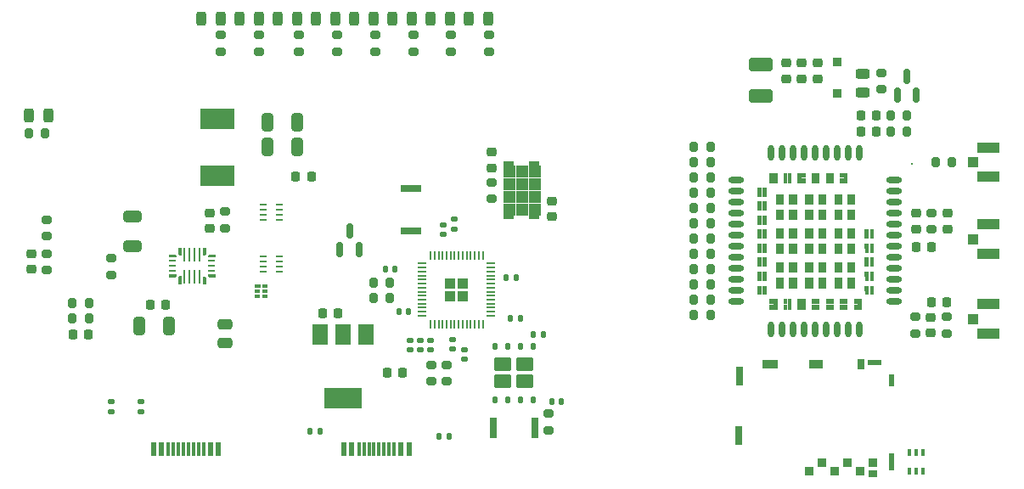
<source format=gbr>
%TF.GenerationSoftware,KiCad,Pcbnew,(6.0.2-0)*%
%TF.CreationDate,2022-03-26T21:56:15+01:00*%
%TF.ProjectId,RP2040GPSTracker,52503230-3430-4475-9053-547261636b65,rev?*%
%TF.SameCoordinates,PX4416780PY363af58*%
%TF.FileFunction,Paste,Top*%
%TF.FilePolarity,Positive*%
%FSLAX46Y46*%
G04 Gerber Fmt 4.6, Leading zero omitted, Abs format (unit mm)*
G04 Created by KiCad (PCBNEW (6.0.2-0)) date 2022-03-26 21:56:15*
%MOMM*%
%LPD*%
G01*
G04 APERTURE LIST*
G04 Aperture macros list*
%AMRoundRect*
0 Rectangle with rounded corners*
0 $1 Rounding radius*
0 $2 $3 $4 $5 $6 $7 $8 $9 X,Y pos of 4 corners*
0 Add a 4 corners polygon primitive as box body*
4,1,4,$2,$3,$4,$5,$6,$7,$8,$9,$2,$3,0*
0 Add four circle primitives for the rounded corners*
1,1,$1+$1,$2,$3*
1,1,$1+$1,$4,$5*
1,1,$1+$1,$6,$7*
1,1,$1+$1,$8,$9*
0 Add four rect primitives between the rounded corners*
20,1,$1+$1,$2,$3,$4,$5,0*
20,1,$1+$1,$4,$5,$6,$7,0*
20,1,$1+$1,$6,$7,$8,$9,0*
20,1,$1+$1,$8,$9,$2,$3,0*%
G04 Aperture macros list end*
%ADD10C,0.100000*%
%ADD11C,0.010000*%
%ADD12R,0.600000X1.450000*%
%ADD13R,0.300000X1.450000*%
%ADD14RoundRect,0.250000X-0.325000X-0.650000X0.325000X-0.650000X0.325000X0.650000X-0.325000X0.650000X0*%
%ADD15RoundRect,0.150000X0.150000X-0.587500X0.150000X0.587500X-0.150000X0.587500X-0.150000X-0.587500X0*%
%ADD16RoundRect,0.200000X0.275000X-0.200000X0.275000X0.200000X-0.275000X0.200000X-0.275000X-0.200000X0*%
%ADD17RoundRect,0.225000X-0.225000X-0.250000X0.225000X-0.250000X0.225000X0.250000X-0.225000X0.250000X0*%
%ADD18RoundRect,0.200000X-0.200000X-0.275000X0.200000X-0.275000X0.200000X0.275000X-0.200000X0.275000X0*%
%ADD19RoundRect,0.225000X0.225000X0.250000X-0.225000X0.250000X-0.225000X-0.250000X0.225000X-0.250000X0*%
%ADD20R,0.127000X0.127000*%
%ADD21R,0.250000X1.400000*%
%ADD22R,0.700000X0.250000*%
%ADD23O,1.600000X0.600000*%
%ADD24O,0.600000X1.600000*%
%ADD25RoundRect,0.250000X-0.650000X0.325000X-0.650000X-0.325000X0.650000X-0.325000X0.650000X0.325000X0*%
%ADD26RoundRect,0.135000X0.135000X0.185000X-0.135000X0.185000X-0.135000X-0.185000X0.135000X-0.185000X0*%
%ADD27RoundRect,0.200000X-0.275000X0.200000X-0.275000X-0.200000X0.275000X-0.200000X0.275000X0.200000X0*%
%ADD28RoundRect,0.200000X0.200000X0.275000X-0.200000X0.275000X-0.200000X-0.275000X0.200000X-0.275000X0*%
%ADD29R,1.041400X0.990600*%
%ADD30R,2.209800X1.041400*%
%ADD31RoundRect,0.225000X-0.250000X0.225000X-0.250000X-0.225000X0.250000X-0.225000X0.250000X0.225000X0*%
%ADD32RoundRect,0.243750X-0.243750X-0.456250X0.243750X-0.456250X0.243750X0.456250X-0.243750X0.456250X0*%
%ADD33RoundRect,0.225000X0.250000X-0.225000X0.250000X0.225000X-0.250000X0.225000X-0.250000X-0.225000X0*%
%ADD34RoundRect,0.140000X-0.170000X0.140000X-0.170000X-0.140000X0.170000X-0.140000X0.170000X0.140000X0*%
%ADD35RoundRect,0.135000X-0.135000X-0.185000X0.135000X-0.185000X0.135000X0.185000X-0.135000X0.185000X0*%
%ADD36RoundRect,0.243750X0.243750X0.456250X-0.243750X0.456250X-0.243750X-0.456250X0.243750X-0.456250X0*%
%ADD37R,0.400000X0.650000*%
%ADD38RoundRect,0.250000X0.292217X0.292217X-0.292217X0.292217X-0.292217X-0.292217X0.292217X-0.292217X0*%
%ADD39RoundRect,0.050000X0.387500X0.050000X-0.387500X0.050000X-0.387500X-0.050000X0.387500X-0.050000X0*%
%ADD40RoundRect,0.050000X0.050000X0.387500X-0.050000X0.387500X-0.050000X-0.387500X0.050000X-0.387500X0*%
%ADD41R,3.400000X2.000000*%
%ADD42RoundRect,0.140000X0.170000X-0.140000X0.170000X0.140000X-0.170000X0.140000X-0.170000X-0.140000X0*%
%ADD43RoundRect,0.140000X-0.140000X-0.170000X0.140000X-0.170000X0.140000X0.170000X-0.140000X0.170000X0*%
%ADD44R,0.711200X0.228600*%
%ADD45R,1.500000X2.000000*%
%ADD46R,3.800000X2.000000*%
%ADD47RoundRect,0.218750X0.218750X0.256250X-0.218750X0.256250X-0.218750X-0.256250X0.218750X-0.256250X0*%
%ADD48R,0.203200X0.203200*%
%ADD49R,0.101600X0.635000*%
%ADD50RoundRect,0.140000X0.140000X0.170000X-0.140000X0.170000X-0.140000X-0.170000X0.140000X-0.170000X0*%
%ADD51R,0.838200X0.939800*%
%ADD52R,0.939800X0.787400*%
%ADD53R,0.558800X1.651000*%
%ADD54R,0.558800X1.219200*%
%ADD55R,1.371600X0.609600*%
%ADD56R,0.736600X1.016000*%
%ADD57R,1.346200X0.965200*%
%ADD58R,1.574800X0.965200*%
%ADD59R,0.635000X1.955800*%
%ADD60RoundRect,0.243750X-0.456250X0.243750X-0.456250X-0.243750X0.456250X-0.243750X0.456250X0.243750X0*%
%ADD61R,1.092200X1.193800*%
%ADD62RoundRect,0.250000X0.925000X-0.412500X0.925000X0.412500X-0.925000X0.412500X-0.925000X-0.412500X0*%
%ADD63R,0.950000X0.900000*%
%ADD64RoundRect,0.135000X-0.185000X0.135000X-0.185000X-0.135000X0.185000X-0.135000X0.185000X0.135000X0*%
%ADD65R,2.000000X0.800000*%
%ADD66RoundRect,0.250000X-0.475000X0.250000X-0.475000X-0.250000X0.475000X-0.250000X0.475000X0.250000X0*%
%ADD67R,0.800000X2.000000*%
%ADD68RoundRect,0.250000X-0.615000X0.435000X-0.615000X-0.435000X0.615000X-0.435000X0.615000X0.435000X0*%
%ADD69RoundRect,0.125000X-0.125000X0.250000X-0.125000X-0.250000X0.125000X-0.250000X0.125000X0.250000X0*%
G04 APERTURE END LIST*
D10*
%TO.C,U6*%
X15822255Y29006896D02*
X16072255Y29006896D01*
X16072255Y29006896D02*
X16072255Y28306896D01*
X16072255Y28306896D02*
X15922255Y28306896D01*
X15922255Y28306896D02*
X15822255Y28406896D01*
X15822255Y28406896D02*
X15822255Y29006896D01*
G36*
X16072255Y28306896D02*
G01*
X15922255Y28306896D01*
X15822255Y28406896D01*
X15822255Y29006896D01*
X16072255Y29006896D01*
X16072255Y28306896D01*
G37*
X16072255Y28306896D02*
X15922255Y28306896D01*
X15822255Y28406896D01*
X15822255Y29006896D01*
X16072255Y29006896D01*
X16072255Y28306896D01*
X18572885Y29006896D02*
X18322885Y29006896D01*
X18322885Y29006896D02*
X18322885Y28306896D01*
X18322885Y28306896D02*
X18472885Y28306896D01*
X18472885Y28306896D02*
X18572885Y28406896D01*
X18572885Y28406896D02*
X18572885Y29006896D01*
G36*
X18572885Y28406896D02*
G01*
X18472885Y28306896D01*
X18322885Y28306896D01*
X18322885Y29006896D01*
X18572885Y29006896D01*
X18572885Y28406896D01*
G37*
X18572885Y28406896D02*
X18472885Y28306896D01*
X18322885Y28306896D01*
X18322885Y29006896D01*
X18572885Y29006896D01*
X18572885Y28406896D01*
X14897569Y28332148D02*
X14897569Y28082148D01*
X14897569Y28082148D02*
X15597569Y28082148D01*
X15597569Y28082148D02*
X15597569Y28232148D01*
X15597569Y28232148D02*
X15497569Y28332148D01*
X15497569Y28332148D02*
X14897569Y28332148D01*
G36*
X15597569Y28232148D02*
G01*
X15597569Y28082148D01*
X14897569Y28082148D01*
X14897569Y28332148D01*
X15497569Y28332148D01*
X15597569Y28232148D01*
G37*
X15597569Y28232148D02*
X15597569Y28082148D01*
X14897569Y28082148D01*
X14897569Y28332148D01*
X15497569Y28332148D01*
X15597569Y28232148D01*
X15822255Y25406896D02*
X16072255Y25406896D01*
X16072255Y25406896D02*
X16072255Y26206896D01*
X16072255Y26206896D02*
X15922255Y26206896D01*
X15922255Y26206896D02*
X15822255Y26006896D01*
X15822255Y26006896D02*
X15822255Y25406896D01*
G36*
X16072255Y25406896D02*
G01*
X15822255Y25406896D01*
X15822255Y26006896D01*
X15922255Y26206896D01*
X16072255Y26206896D01*
X16072255Y25406896D01*
G37*
X16072255Y25406896D02*
X15822255Y25406896D01*
X15822255Y26006896D01*
X15922255Y26206896D01*
X16072255Y26206896D01*
X16072255Y25406896D01*
X19497571Y26081644D02*
X19497571Y26331644D01*
X19497571Y26331644D02*
X18797571Y26331644D01*
X18797571Y26331644D02*
X18797571Y26181644D01*
X18797571Y26181644D02*
X18897571Y26081644D01*
X18897571Y26081644D02*
X19497571Y26081644D01*
G36*
X19497571Y26081644D02*
G01*
X18897571Y26081644D01*
X18797571Y26181644D01*
X18797571Y26331644D01*
X19497571Y26331644D01*
X19497571Y26081644D01*
G37*
X19497571Y26081644D02*
X18897571Y26081644D01*
X18797571Y26181644D01*
X18797571Y26331644D01*
X19497571Y26331644D01*
X19497571Y26081644D01*
X18572885Y25406896D02*
X18322885Y25406896D01*
X18322885Y25406896D02*
X18322885Y26106896D01*
X18322885Y26106896D02*
X18472885Y26106896D01*
X18472885Y26106896D02*
X18572885Y26006896D01*
X18572885Y26006896D02*
X18572885Y25406896D01*
G36*
X18572885Y26006896D02*
G01*
X18572885Y25406896D01*
X18322885Y25406896D01*
X18322885Y26106896D01*
X18472885Y26106896D01*
X18572885Y26006896D01*
G37*
X18572885Y26006896D02*
X18572885Y25406896D01*
X18322885Y25406896D01*
X18322885Y26106896D01*
X18472885Y26106896D01*
X18572885Y26006896D01*
X14897569Y26081644D02*
X14897569Y26331644D01*
X14897569Y26331644D02*
X15597569Y26331644D01*
X15597569Y26331644D02*
X15597569Y26181644D01*
X15597569Y26181644D02*
X15497569Y26081644D01*
X15497569Y26081644D02*
X14897569Y26081644D01*
G36*
X15597569Y26181644D02*
G01*
X15497569Y26081644D01*
X14897569Y26081644D01*
X14897569Y26331644D01*
X15597569Y26331644D01*
X15597569Y26181644D01*
G37*
X15597569Y26181644D02*
X15497569Y26081644D01*
X14897569Y26081644D01*
X14897569Y26331644D01*
X15597569Y26331644D01*
X15597569Y26181644D01*
X19497571Y28332148D02*
X19497571Y28082148D01*
X19497571Y28082148D02*
X18797571Y28082148D01*
X18797571Y28082148D02*
X18797571Y28232148D01*
X18797571Y28232148D02*
X18897571Y28332148D01*
X18897571Y28332148D02*
X19497571Y28332148D01*
G36*
X19497571Y28082148D02*
G01*
X18797571Y28082148D01*
X18797571Y28232148D01*
X18897571Y28332148D01*
X19497571Y28332148D01*
X19497571Y28082148D01*
G37*
X19497571Y28082148D02*
X18797571Y28082148D01*
X18797571Y28232148D01*
X18897571Y28332148D01*
X19497571Y28332148D01*
X19497571Y28082148D01*
D11*
%TO.C,U2*%
X80404150Y35931200D02*
X80704000Y35931200D01*
X80704000Y35931200D02*
X80704000Y35502030D01*
X80704000Y35502030D02*
X80404150Y35502030D01*
X80404150Y35502030D02*
X80404150Y35931200D01*
G36*
X80704000Y35502030D02*
G01*
X80404150Y35502030D01*
X80404150Y35931200D01*
X80704000Y35931200D01*
X80704000Y35502030D01*
G37*
X80704000Y35502030D02*
X80404150Y35502030D01*
X80404150Y35931200D01*
X80704000Y35931200D01*
X80704000Y35502030D01*
X77603510Y23331200D02*
X77904000Y23331200D01*
X77904000Y23331200D02*
X77904000Y22899320D01*
X77904000Y22899320D02*
X77603510Y22899320D01*
X77603510Y22899320D02*
X77603510Y23331200D01*
G36*
X77904000Y22899320D02*
G01*
X77603510Y22899320D01*
X77603510Y23331200D01*
X77904000Y23331200D01*
X77904000Y22899320D01*
G37*
X77904000Y22899320D02*
X77603510Y22899320D01*
X77603510Y23331200D01*
X77904000Y23331200D01*
X77904000Y22899320D01*
X76601700Y36461200D02*
X76904000Y36461200D01*
X76904000Y36461200D02*
X76904000Y36036520D01*
X76904000Y36036520D02*
X76601700Y36036520D01*
X76601700Y36036520D02*
X76601700Y36461200D01*
G36*
X76904000Y36036520D02*
G01*
X76601700Y36036520D01*
X76601700Y36461200D01*
X76904000Y36461200D01*
X76904000Y36036520D01*
G37*
X76904000Y36036520D02*
X76601700Y36036520D01*
X76601700Y36461200D01*
X76904000Y36461200D01*
X76904000Y36036520D01*
X82556140Y32781200D02*
X83254000Y32781200D01*
X83254000Y32781200D02*
X83254000Y31832640D01*
X83254000Y31832640D02*
X82556140Y31832640D01*
X82556140Y31832640D02*
X82556140Y32781200D01*
G36*
X83254000Y31832640D02*
G01*
X82556140Y31832640D01*
X82556140Y32781200D01*
X83254000Y32781200D01*
X83254000Y31832640D01*
G37*
X83254000Y31832640D02*
X82556140Y31832640D01*
X82556140Y32781200D01*
X83254000Y32781200D01*
X83254000Y31832640D01*
X80405070Y36461200D02*
X80704000Y36461200D01*
X80704000Y36461200D02*
X80704000Y36037650D01*
X80704000Y36037650D02*
X80405070Y36037650D01*
X80405070Y36037650D02*
X80405070Y36461200D01*
G36*
X80704000Y36037650D02*
G01*
X80405070Y36037650D01*
X80405070Y36461200D01*
X80704000Y36461200D01*
X80704000Y36037650D01*
G37*
X80704000Y36037650D02*
X80405070Y36037650D01*
X80405070Y36461200D01*
X80704000Y36461200D01*
X80704000Y36037650D01*
X73585790Y28996200D02*
X73889000Y28996200D01*
X73889000Y28996200D02*
X73889000Y28565580D01*
X73889000Y28565580D02*
X73585790Y28565580D01*
X73585790Y28565580D02*
X73585790Y28996200D01*
G36*
X73889000Y28565580D02*
G01*
X73585790Y28565580D01*
X73585790Y28996200D01*
X73889000Y28996200D01*
X73889000Y28565580D01*
G37*
X73889000Y28565580D02*
X73585790Y28565580D01*
X73585790Y28996200D01*
X73889000Y28996200D01*
X73889000Y28565580D01*
X79404022Y36461200D02*
X79704000Y36461200D01*
X79704000Y36461200D02*
X79704000Y36033970D01*
X79704000Y36033970D02*
X79404022Y36033970D01*
X79404022Y36033970D02*
X79404022Y36461200D01*
G36*
X79704000Y36033970D02*
G01*
X79404022Y36033970D01*
X79404022Y36461200D01*
X79704000Y36461200D01*
X79704000Y36033970D01*
G37*
X79704000Y36033970D02*
X79404022Y36033970D01*
X79404022Y36461200D01*
X79704000Y36461200D01*
X79704000Y36033970D01*
X82560050Y29381200D02*
X83254000Y29381200D01*
X83254000Y29381200D02*
X83254000Y28428840D01*
X83254000Y28428840D02*
X82560050Y28428840D01*
X82560050Y28428840D02*
X82560050Y29381200D01*
G36*
X83254000Y28428840D02*
G01*
X82560050Y28428840D01*
X82560050Y29381200D01*
X83254000Y29381200D01*
X83254000Y28428840D01*
G37*
X83254000Y28428840D02*
X82560050Y28428840D01*
X82560050Y29381200D01*
X83254000Y29381200D01*
X83254000Y28428840D01*
X78352010Y30931200D02*
X79054000Y30931200D01*
X79054000Y30931200D02*
X79054000Y29981797D01*
X79054000Y29981797D02*
X78352010Y29981797D01*
X78352010Y29981797D02*
X78352010Y30931200D01*
G36*
X79054000Y29981797D02*
G01*
X78352010Y29981797D01*
X78352010Y30931200D01*
X79054000Y30931200D01*
X79054000Y29981797D01*
G37*
X79054000Y29981797D02*
X78352010Y29981797D01*
X78352010Y30931200D01*
X79054000Y30931200D01*
X79054000Y29981797D01*
X76753870Y27531200D02*
X77454000Y27531200D01*
X77454000Y27531200D02*
X77454000Y26581040D01*
X77454000Y26581040D02*
X76753870Y26581040D01*
X76753870Y26581040D02*
X76753870Y27531200D01*
G36*
X77454000Y26581040D02*
G01*
X76753870Y26581040D01*
X76753870Y27531200D01*
X77454000Y27531200D01*
X77454000Y26581040D01*
G37*
X77454000Y26581040D02*
X76753870Y26581040D01*
X76753870Y27531200D01*
X77454000Y27531200D01*
X77454000Y26581040D01*
X79003370Y35931200D02*
X79304000Y35931200D01*
X79304000Y35931200D02*
X79304000Y35511680D01*
X79304000Y35511680D02*
X79003370Y35511680D01*
X79003370Y35511680D02*
X79003370Y35931200D01*
G36*
X79304000Y35511680D02*
G01*
X79003370Y35511680D01*
X79003370Y35931200D01*
X79304000Y35931200D01*
X79304000Y35511680D01*
G37*
X79304000Y35511680D02*
X79003370Y35511680D01*
X79003370Y35931200D01*
X79304000Y35931200D01*
X79304000Y35511680D01*
X82557740Y30931200D02*
X83254000Y30931200D01*
X83254000Y30931200D02*
X83254000Y29981551D01*
X83254000Y29981551D02*
X82557740Y29981551D01*
X82557740Y29981551D02*
X82557740Y30931200D01*
G36*
X83254000Y29981551D02*
G01*
X82557740Y29981551D01*
X82557740Y30931200D01*
X83254000Y30931200D01*
X83254000Y29981551D01*
G37*
X83254000Y29981551D02*
X82557740Y29981551D01*
X82557740Y30931200D01*
X83254000Y30931200D01*
X83254000Y29981551D01*
X77601300Y23861200D02*
X77904000Y23861200D01*
X77904000Y23861200D02*
X77904000Y23421560D01*
X77904000Y23421560D02*
X77601300Y23421560D01*
X77601300Y23421560D02*
X77601300Y23861200D01*
G36*
X77904000Y23421560D02*
G01*
X77601300Y23421560D01*
X77601300Y23861200D01*
X77904000Y23861200D01*
X77904000Y23421560D01*
G37*
X77904000Y23421560D02*
X77601300Y23421560D01*
X77601300Y23861200D01*
X77904000Y23861200D01*
X77904000Y23421560D01*
X75450260Y34331200D02*
X76154000Y34331200D01*
X76154000Y34331200D02*
X76154000Y33384750D01*
X76154000Y33384750D02*
X75450260Y33384750D01*
X75450260Y33384750D02*
X75450260Y34331200D01*
G36*
X76154000Y33384750D02*
G01*
X75450260Y33384750D01*
X75450260Y34331200D01*
X76154000Y34331200D01*
X76154000Y33384750D01*
G37*
X76154000Y33384750D02*
X75450260Y33384750D01*
X75450260Y34331200D01*
X76154000Y34331200D01*
X76154000Y33384750D01*
X74114590Y34996200D02*
X74419000Y34996200D01*
X74419000Y34996200D02*
X74419000Y34570320D01*
X74419000Y34570320D02*
X74114590Y34570320D01*
X74114590Y34570320D02*
X74114590Y34996200D01*
G36*
X74419000Y34570320D02*
G01*
X74114590Y34570320D01*
X74114590Y34996200D01*
X74419000Y34996200D01*
X74419000Y34570320D01*
G37*
X74419000Y34570320D02*
X74114590Y34570320D01*
X74114590Y34996200D01*
X74419000Y34996200D01*
X74419000Y34570320D01*
X74115260Y31796200D02*
X74419000Y31796200D01*
X74419000Y31796200D02*
X74419000Y31367400D01*
X74419000Y31367400D02*
X74115260Y31367400D01*
X74115260Y31367400D02*
X74115260Y31796200D01*
G36*
X74419000Y31367400D02*
G01*
X74115260Y31367400D01*
X74115260Y31796200D01*
X74419000Y31796200D01*
X74419000Y31367400D01*
G37*
X74419000Y31367400D02*
X74115260Y31367400D01*
X74115260Y31796200D01*
X74419000Y31796200D01*
X74419000Y31367400D01*
X81256080Y34331200D02*
X81954000Y34331200D01*
X81954000Y34331200D02*
X81954000Y33385250D01*
X81954000Y33385250D02*
X81256080Y33385250D01*
X81256080Y33385250D02*
X81256080Y34331200D01*
G36*
X81954000Y33385250D02*
G01*
X81256080Y33385250D01*
X81256080Y34331200D01*
X81954000Y34331200D01*
X81954000Y33385250D01*
G37*
X81954000Y33385250D02*
X81256080Y33385250D01*
X81256080Y34331200D01*
X81954000Y34331200D01*
X81954000Y33385250D01*
X74116690Y30396200D02*
X74419000Y30396200D01*
X74419000Y30396200D02*
X74419000Y29966326D01*
X74419000Y29966326D02*
X74116690Y29966326D01*
X74116690Y29966326D02*
X74116690Y30396200D01*
G36*
X74419000Y29966326D02*
G01*
X74116690Y29966326D01*
X74116690Y30396200D01*
X74419000Y30396200D01*
X74419000Y29966326D01*
G37*
X74419000Y29966326D02*
X74116690Y29966326D01*
X74116690Y30396200D01*
X74419000Y30396200D01*
X74419000Y29966326D01*
X84823350Y24796200D02*
X85119000Y24796200D01*
X85119000Y24796200D02*
X85119000Y24361970D01*
X85119000Y24361970D02*
X84823350Y24361970D01*
X84823350Y24361970D02*
X84823350Y24796200D01*
G36*
X85119000Y24361970D02*
G01*
X84823350Y24361970D01*
X84823350Y24796200D01*
X85119000Y24796200D01*
X85119000Y24361970D01*
G37*
X85119000Y24361970D02*
X84823350Y24361970D01*
X84823350Y24796200D01*
X85119000Y24796200D01*
X85119000Y24361970D01*
X74799630Y23861200D02*
X75104000Y23861200D01*
X75104000Y23861200D02*
X75104000Y23425190D01*
X75104000Y23425190D02*
X74799630Y23425190D01*
X74799630Y23425190D02*
X74799630Y23861200D01*
G36*
X75104000Y23425190D02*
G01*
X74799630Y23425190D01*
X74799630Y23861200D01*
X75104000Y23861200D01*
X75104000Y23425190D01*
G37*
X75104000Y23425190D02*
X74799630Y23425190D01*
X74799630Y23861200D01*
X75104000Y23861200D01*
X75104000Y23425190D01*
X82204270Y23861200D02*
X82504000Y23861200D01*
X82504000Y23861200D02*
X82504000Y23430620D01*
X82504000Y23430620D02*
X82204270Y23430620D01*
X82204270Y23430620D02*
X82204270Y23861200D01*
G36*
X82504000Y23430620D02*
G01*
X82204270Y23430620D01*
X82204270Y23861200D01*
X82504000Y23861200D01*
X82504000Y23430620D01*
G37*
X82504000Y23430620D02*
X82204270Y23430620D01*
X82204270Y23861200D01*
X82504000Y23861200D01*
X82504000Y23430620D01*
X73578750Y34996200D02*
X73889000Y34996200D01*
X73889000Y34996200D02*
X73889000Y34574880D01*
X73889000Y34574880D02*
X73578750Y34574880D01*
X73578750Y34574880D02*
X73578750Y34996200D01*
G36*
X73889000Y34574880D02*
G01*
X73578750Y34574880D01*
X73578750Y34996200D01*
X73889000Y34996200D01*
X73889000Y34574880D01*
G37*
X73889000Y34574880D02*
X73578750Y34574880D01*
X73578750Y34996200D01*
X73889000Y34996200D01*
X73889000Y34574880D01*
X84291390Y30396200D02*
X84589000Y30396200D01*
X84589000Y30396200D02*
X84589000Y29966338D01*
X84589000Y29966338D02*
X84291390Y29966338D01*
X84291390Y29966338D02*
X84291390Y30396200D01*
G36*
X84589000Y29966338D02*
G01*
X84291390Y29966338D01*
X84291390Y30396200D01*
X84589000Y30396200D01*
X84589000Y29966338D01*
G37*
X84589000Y29966338D02*
X84291390Y29966338D01*
X84291390Y30396200D01*
X84589000Y30396200D01*
X84589000Y29966338D01*
X74110310Y27996200D02*
X74419000Y27996200D01*
X74419000Y27996200D02*
X74419000Y27562690D01*
X74419000Y27562690D02*
X74110310Y27562690D01*
X74110310Y27562690D02*
X74110310Y27996200D01*
G36*
X74419000Y27562690D02*
G01*
X74110310Y27562690D01*
X74110310Y27996200D01*
X74419000Y27996200D01*
X74419000Y27562690D01*
G37*
X74419000Y27562690D02*
X74110310Y27562690D01*
X74110310Y27996200D01*
X74419000Y27996200D01*
X74419000Y27562690D01*
X84293600Y29396200D02*
X84589000Y29396200D01*
X84589000Y29396200D02*
X84589000Y28965534D01*
X84589000Y28965534D02*
X84293600Y28965534D01*
X84293600Y28965534D02*
X84293600Y29396200D01*
G36*
X84589000Y28965534D02*
G01*
X84293600Y28965534D01*
X84293600Y29396200D01*
X84589000Y29396200D01*
X84589000Y28965534D01*
G37*
X84589000Y28965534D02*
X84293600Y28965534D01*
X84293600Y29396200D01*
X84589000Y29396200D01*
X84589000Y28965534D01*
X84829610Y30396200D02*
X85119000Y30396200D01*
X85119000Y30396200D02*
X85119000Y29966753D01*
X85119000Y29966753D02*
X84829610Y29966753D01*
X84829610Y29966753D02*
X84829610Y30396200D01*
G36*
X85119000Y29966753D02*
G01*
X84829610Y29966753D01*
X84829610Y30396200D01*
X85119000Y30396200D01*
X85119000Y29966753D01*
G37*
X85119000Y29966753D02*
X84829610Y29966753D01*
X84829610Y30396200D01*
X85119000Y30396200D01*
X85119000Y29966753D01*
X74113380Y27596200D02*
X74419000Y27596200D01*
X74419000Y27596200D02*
X74419000Y27163500D01*
X74419000Y27163500D02*
X74113380Y27163500D01*
X74113380Y27163500D02*
X74113380Y27596200D01*
G36*
X74419000Y27163500D02*
G01*
X74113380Y27163500D01*
X74113380Y27596200D01*
X74419000Y27596200D01*
X74419000Y27163500D01*
G37*
X74419000Y27163500D02*
X74113380Y27163500D01*
X74113380Y27596200D01*
X74419000Y27596200D01*
X74419000Y27163500D01*
X75449390Y32781200D02*
X76154000Y32781200D01*
X76154000Y32781200D02*
X76154000Y31833740D01*
X76154000Y31833740D02*
X75449390Y31833740D01*
X75449390Y31833740D02*
X75449390Y32781200D01*
G36*
X76154000Y31833740D02*
G01*
X75449390Y31833740D01*
X75449390Y32781200D01*
X76154000Y32781200D01*
X76154000Y31833740D01*
G37*
X76154000Y31833740D02*
X75449390Y31833740D01*
X75449390Y32781200D01*
X76154000Y32781200D01*
X76154000Y31833740D01*
X74799840Y36461200D02*
X75104000Y36461200D01*
X75104000Y36461200D02*
X75104000Y36037010D01*
X75104000Y36037010D02*
X74799840Y36037010D01*
X74799840Y36037010D02*
X74799840Y36461200D01*
G36*
X75104000Y36037010D02*
G01*
X74799840Y36037010D01*
X74799840Y36461200D01*
X75104000Y36461200D01*
X75104000Y36037010D01*
G37*
X75104000Y36037010D02*
X74799840Y36037010D01*
X74799840Y36461200D01*
X75104000Y36461200D01*
X75104000Y36037010D01*
X84827480Y26196200D02*
X85119000Y26196200D01*
X85119000Y26196200D02*
X85119000Y25760130D01*
X85119000Y25760130D02*
X84827480Y25760130D01*
X84827480Y25760130D02*
X84827480Y26196200D01*
G36*
X85119000Y25760130D02*
G01*
X84827480Y25760130D01*
X84827480Y26196200D01*
X85119000Y26196200D01*
X85119000Y25760130D01*
G37*
X85119000Y25760130D02*
X84827480Y25760130D01*
X84827480Y26196200D01*
X85119000Y26196200D01*
X85119000Y25760130D01*
X80805650Y23861200D02*
X81104000Y23861200D01*
X81104000Y23861200D02*
X81104000Y23424100D01*
X81104000Y23424100D02*
X80805650Y23424100D01*
X80805650Y23424100D02*
X80805650Y23861200D01*
G36*
X81104000Y23424100D02*
G01*
X80805650Y23424100D01*
X80805650Y23861200D01*
X81104000Y23861200D01*
X81104000Y23424100D01*
G37*
X81104000Y23424100D02*
X80805650Y23424100D01*
X80805650Y23861200D01*
X81104000Y23861200D01*
X81104000Y23424100D01*
X78352910Y34331200D02*
X79054000Y34331200D01*
X79054000Y34331200D02*
X79054000Y33385240D01*
X79054000Y33385240D02*
X78352910Y33385240D01*
X78352910Y33385240D02*
X78352910Y34331200D01*
G36*
X79054000Y33385240D02*
G01*
X78352910Y33385240D01*
X78352910Y34331200D01*
X79054000Y34331200D01*
X79054000Y33385240D01*
G37*
X79054000Y33385240D02*
X78352910Y33385240D01*
X78352910Y34331200D01*
X79054000Y34331200D01*
X79054000Y33385240D01*
X76600330Y23331200D02*
X76904000Y23331200D01*
X76904000Y23331200D02*
X76904000Y22892150D01*
X76904000Y22892150D02*
X76600330Y22892150D01*
X76600330Y22892150D02*
X76600330Y23331200D01*
G36*
X76904000Y22892150D02*
G01*
X76600330Y22892150D01*
X76600330Y23331200D01*
X76904000Y23331200D01*
X76904000Y22892150D01*
G37*
X76904000Y22892150D02*
X76600330Y22892150D01*
X76600330Y23331200D01*
X76904000Y23331200D01*
X76904000Y22892150D01*
X81805650Y23861200D02*
X82104000Y23861200D01*
X82104000Y23861200D02*
X82104000Y23427000D01*
X82104000Y23427000D02*
X81805650Y23427000D01*
X81805650Y23427000D02*
X81805650Y23861200D01*
G36*
X82104000Y23427000D02*
G01*
X81805650Y23427000D01*
X81805650Y23861200D01*
X82104000Y23861200D01*
X82104000Y23427000D01*
G37*
X82104000Y23427000D02*
X81805650Y23427000D01*
X81805650Y23861200D01*
X82104000Y23861200D01*
X82104000Y23427000D01*
X79654308Y34331200D02*
X80354000Y34331200D01*
X80354000Y34331200D02*
X80354000Y33385000D01*
X80354000Y33385000D02*
X79654308Y33385000D01*
X79654308Y33385000D02*
X79654308Y34331200D01*
G36*
X80354000Y33385000D02*
G01*
X79654308Y33385000D01*
X79654308Y34331200D01*
X80354000Y34331200D01*
X80354000Y33385000D01*
G37*
X80354000Y33385000D02*
X79654308Y33385000D01*
X79654308Y34331200D01*
X80354000Y34331200D01*
X80354000Y33385000D01*
X79654593Y32781200D02*
X80354000Y32781200D01*
X80354000Y32781200D02*
X80354000Y31835450D01*
X80354000Y31835450D02*
X79654593Y31835450D01*
X79654593Y31835450D02*
X79654593Y32781200D01*
G36*
X80354000Y31835450D02*
G01*
X79654593Y31835450D01*
X79654593Y32781200D01*
X80354000Y32781200D01*
X80354000Y31835450D01*
G37*
X80354000Y31835450D02*
X79654593Y31835450D01*
X79654593Y32781200D01*
X80354000Y32781200D01*
X80354000Y31835450D01*
X78353410Y32781200D02*
X79054000Y32781200D01*
X79054000Y32781200D02*
X79054000Y31832470D01*
X79054000Y31832470D02*
X78353410Y31832470D01*
X78353410Y31832470D02*
X78353410Y32781200D01*
G36*
X79054000Y31832470D02*
G01*
X78353410Y31832470D01*
X78353410Y32781200D01*
X79054000Y32781200D01*
X79054000Y31832470D01*
G37*
X79054000Y31832470D02*
X78353410Y31832470D01*
X78353410Y32781200D01*
X79054000Y32781200D01*
X79054000Y31832470D01*
X75449370Y27531200D02*
X76154000Y27531200D01*
X76154000Y27531200D02*
X76154000Y26577520D01*
X76154000Y26577520D02*
X75449370Y26577520D01*
X75449370Y26577520D02*
X75449370Y27531200D01*
G36*
X76154000Y26577520D02*
G01*
X75449370Y26577520D01*
X75449370Y27531200D01*
X76154000Y27531200D01*
X76154000Y26577520D01*
G37*
X76154000Y26577520D02*
X75449370Y26577520D01*
X75449370Y27531200D01*
X76154000Y27531200D01*
X76154000Y26577520D01*
X79003950Y23861200D02*
X79304000Y23861200D01*
X79304000Y23861200D02*
X79304000Y23430300D01*
X79304000Y23430300D02*
X79003950Y23430300D01*
X79003950Y23430300D02*
X79003950Y23861200D01*
G36*
X79304000Y23430300D02*
G01*
X79003950Y23430300D01*
X79003950Y23861200D01*
X79304000Y23861200D01*
X79304000Y23430300D01*
G37*
X79304000Y23430300D02*
X79003950Y23430300D01*
X79003950Y23861200D01*
X79304000Y23861200D01*
X79304000Y23430300D01*
X73585610Y27596200D02*
X73889000Y27596200D01*
X73889000Y27596200D02*
X73889000Y27164720D01*
X73889000Y27164720D02*
X73585610Y27164720D01*
X73585610Y27164720D02*
X73585610Y27596200D01*
G36*
X73889000Y27164720D02*
G01*
X73585610Y27164720D01*
X73585610Y27596200D01*
X73889000Y27596200D01*
X73889000Y27164720D01*
G37*
X73889000Y27164720D02*
X73585610Y27164720D01*
X73585610Y27596200D01*
X73889000Y27596200D01*
X73889000Y27164720D01*
X80806460Y35931200D02*
X81104000Y35931200D01*
X81104000Y35931200D02*
X81104000Y35511060D01*
X81104000Y35511060D02*
X80806460Y35511060D01*
X80806460Y35511060D02*
X80806460Y35931200D01*
G36*
X81104000Y35511060D02*
G01*
X80806460Y35511060D01*
X80806460Y35931200D01*
X81104000Y35931200D01*
X81104000Y35511060D01*
G37*
X81104000Y35511060D02*
X80806460Y35511060D01*
X80806460Y35931200D01*
X81104000Y35931200D01*
X81104000Y35511060D01*
X84820740Y28996200D02*
X85119000Y28996200D01*
X85119000Y28996200D02*
X85119000Y28565850D01*
X85119000Y28565850D02*
X84820740Y28565850D01*
X84820740Y28565850D02*
X84820740Y28996200D01*
G36*
X85119000Y28565850D02*
G01*
X84820740Y28565850D01*
X84820740Y28996200D01*
X85119000Y28996200D01*
X85119000Y28565850D01*
G37*
X85119000Y28565850D02*
X84820740Y28565850D01*
X84820740Y28996200D01*
X85119000Y28996200D01*
X85119000Y28565850D01*
X74113460Y30796200D02*
X74419000Y30796200D01*
X74419000Y30796200D02*
X74419000Y30366925D01*
X74419000Y30366925D02*
X74113460Y30366925D01*
X74113460Y30366925D02*
X74113460Y30796200D01*
G36*
X74419000Y30366925D02*
G01*
X74113460Y30366925D01*
X74113460Y30796200D01*
X74419000Y30796200D01*
X74419000Y30366925D01*
G37*
X74419000Y30366925D02*
X74113460Y30366925D01*
X74113460Y30796200D01*
X74419000Y30796200D01*
X74419000Y30366925D01*
X82558710Y34331200D02*
X83254000Y34331200D01*
X83254000Y34331200D02*
X83254000Y33386650D01*
X83254000Y33386650D02*
X82558710Y33386650D01*
X82558710Y33386650D02*
X82558710Y34331200D01*
G36*
X83254000Y33386650D02*
G01*
X82558710Y33386650D01*
X82558710Y34331200D01*
X83254000Y34331200D01*
X83254000Y33386650D01*
G37*
X83254000Y33386650D02*
X82558710Y33386650D01*
X82558710Y34331200D01*
X83254000Y34331200D01*
X83254000Y33386650D01*
X84823880Y26596200D02*
X85119000Y26596200D01*
X85119000Y26596200D02*
X85119000Y26163060D01*
X85119000Y26163060D02*
X84823880Y26163060D01*
X84823880Y26163060D02*
X84823880Y26596200D01*
G36*
X85119000Y26163060D02*
G01*
X84823880Y26163060D01*
X84823880Y26596200D01*
X85119000Y26596200D01*
X85119000Y26163060D01*
G37*
X85119000Y26163060D02*
X84823880Y26163060D01*
X84823880Y26596200D01*
X85119000Y26596200D01*
X85119000Y26163060D01*
X78352830Y25981200D02*
X79054000Y25981200D01*
X79054000Y25981200D02*
X79054000Y25025770D01*
X79054000Y25025770D02*
X78352830Y25025770D01*
X78352830Y25025770D02*
X78352830Y25981200D01*
G36*
X79054000Y25025770D02*
G01*
X78352830Y25025770D01*
X78352830Y25981200D01*
X79054000Y25981200D01*
X79054000Y25025770D01*
G37*
X79054000Y25025770D02*
X78352830Y25025770D01*
X78352830Y25981200D01*
X79054000Y25981200D01*
X79054000Y25025770D01*
X84821610Y27996200D02*
X85119000Y27996200D01*
X85119000Y27996200D02*
X85119000Y27565190D01*
X85119000Y27565190D02*
X84821610Y27565190D01*
X84821610Y27565190D02*
X84821610Y27996200D01*
G36*
X85119000Y27565190D02*
G01*
X84821610Y27565190D01*
X84821610Y27996200D01*
X85119000Y27996200D01*
X85119000Y27565190D01*
G37*
X85119000Y27565190D02*
X84821610Y27565190D01*
X84821610Y27996200D01*
X85119000Y27996200D01*
X85119000Y27565190D01*
X73585420Y26596200D02*
X73889000Y26596200D01*
X73889000Y26596200D02*
X73889000Y26164020D01*
X73889000Y26164020D02*
X73585420Y26164020D01*
X73585420Y26164020D02*
X73585420Y26596200D01*
G36*
X73889000Y26164020D02*
G01*
X73585420Y26164020D01*
X73585420Y26596200D01*
X73889000Y26596200D01*
X73889000Y26164020D01*
G37*
X73889000Y26164020D02*
X73585420Y26164020D01*
X73585420Y26596200D01*
X73889000Y26596200D01*
X73889000Y26164020D01*
X76751630Y34331200D02*
X77454000Y34331200D01*
X77454000Y34331200D02*
X77454000Y33384570D01*
X77454000Y33384570D02*
X76751630Y33384570D01*
X76751630Y33384570D02*
X76751630Y34331200D01*
G36*
X77454000Y33384570D02*
G01*
X76751630Y33384570D01*
X76751630Y34331200D01*
X77454000Y34331200D01*
X77454000Y33384570D01*
G37*
X77454000Y33384570D02*
X76751630Y33384570D01*
X76751630Y34331200D01*
X77454000Y34331200D01*
X77454000Y33384570D01*
X84290310Y26596200D02*
X84589000Y26596200D01*
X84589000Y26596200D02*
X84589000Y26165270D01*
X84589000Y26165270D02*
X84290310Y26165270D01*
X84290310Y26165270D02*
X84290310Y26596200D01*
G36*
X84589000Y26165270D02*
G01*
X84290310Y26165270D01*
X84290310Y26596200D01*
X84589000Y26596200D01*
X84589000Y26165270D01*
G37*
X84589000Y26165270D02*
X84290310Y26165270D01*
X84290310Y26596200D01*
X84589000Y26596200D01*
X84589000Y26165270D01*
X78001330Y36461200D02*
X78304000Y36461200D01*
X78304000Y36461200D02*
X78304000Y36043780D01*
X78304000Y36043780D02*
X78001330Y36043780D01*
X78001330Y36043780D02*
X78001330Y36461200D01*
G36*
X78304000Y36043780D02*
G01*
X78001330Y36043780D01*
X78001330Y36461200D01*
X78304000Y36461200D01*
X78304000Y36043780D01*
G37*
X78304000Y36043780D02*
X78001330Y36043780D01*
X78001330Y36461200D01*
X78304000Y36461200D01*
X78304000Y36043780D01*
X76751610Y29381200D02*
X77454000Y29381200D01*
X77454000Y29381200D02*
X77454000Y28430050D01*
X77454000Y28430050D02*
X76751610Y28430050D01*
X76751610Y28430050D02*
X76751610Y29381200D01*
G36*
X77454000Y28430050D02*
G01*
X76751610Y28430050D01*
X76751610Y29381200D01*
X77454000Y29381200D01*
X77454000Y28430050D01*
G37*
X77454000Y28430050D02*
X76751610Y28430050D01*
X76751610Y29381200D01*
X77454000Y29381200D01*
X77454000Y28430050D01*
X77603470Y36461200D02*
X77904000Y36461200D01*
X77904000Y36461200D02*
X77904000Y36033110D01*
X77904000Y36033110D02*
X77603470Y36033110D01*
X77603470Y36033110D02*
X77603470Y36461200D01*
G36*
X77904000Y36033110D02*
G01*
X77603470Y36033110D01*
X77603470Y36461200D01*
X77904000Y36461200D01*
X77904000Y36033110D01*
G37*
X77904000Y36033110D02*
X77603470Y36033110D01*
X77603470Y36461200D01*
X77904000Y36461200D01*
X77904000Y36033110D01*
X82557190Y27531200D02*
X83254000Y27531200D01*
X83254000Y27531200D02*
X83254000Y26578110D01*
X83254000Y26578110D02*
X82557190Y26578110D01*
X82557190Y26578110D02*
X82557190Y27531200D01*
G36*
X83254000Y26578110D02*
G01*
X82557190Y26578110D01*
X82557190Y27531200D01*
X83254000Y27531200D01*
X83254000Y26578110D01*
G37*
X83254000Y26578110D02*
X82557190Y26578110D01*
X82557190Y27531200D01*
X83254000Y27531200D01*
X83254000Y26578110D01*
X73580130Y30396200D02*
X73889000Y30396200D01*
X73889000Y30396200D02*
X73889000Y29966639D01*
X73889000Y29966639D02*
X73580130Y29966639D01*
X73580130Y29966639D02*
X73580130Y30396200D01*
G36*
X73889000Y29966639D02*
G01*
X73580130Y29966639D01*
X73580130Y30396200D01*
X73889000Y30396200D01*
X73889000Y29966639D01*
G37*
X73889000Y29966639D02*
X73580130Y29966639D01*
X73580130Y30396200D01*
X73889000Y30396200D01*
X73889000Y29966639D01*
X73587150Y31796200D02*
X73889000Y31796200D01*
X73889000Y31796200D02*
X73889000Y31366740D01*
X73889000Y31366740D02*
X73587150Y31366740D01*
X73587150Y31366740D02*
X73587150Y31796200D01*
G36*
X73889000Y31366740D02*
G01*
X73587150Y31366740D01*
X73587150Y31796200D01*
X73889000Y31796200D01*
X73889000Y31366740D01*
G37*
X73889000Y31366740D02*
X73587150Y31366740D01*
X73587150Y31796200D01*
X73889000Y31796200D01*
X73889000Y31366740D01*
X79654488Y27531200D02*
X80354000Y27531200D01*
X80354000Y27531200D02*
X80354000Y26576150D01*
X80354000Y26576150D02*
X79654488Y26576150D01*
X79654488Y26576150D02*
X79654488Y27531200D01*
G36*
X80354000Y26576150D02*
G01*
X79654488Y26576150D01*
X79654488Y27531200D01*
X80354000Y27531200D01*
X80354000Y26576150D01*
G37*
X80354000Y26576150D02*
X79654488Y26576150D01*
X79654488Y27531200D01*
X80354000Y27531200D01*
X80354000Y26576150D01*
X78002500Y23331200D02*
X78304000Y23331200D01*
X78304000Y23331200D02*
X78304000Y22893670D01*
X78304000Y22893670D02*
X78002500Y22893670D01*
X78002500Y22893670D02*
X78002500Y23331200D01*
G36*
X78304000Y22893670D02*
G01*
X78002500Y22893670D01*
X78002500Y23331200D01*
X78304000Y23331200D01*
X78304000Y22893670D01*
G37*
X78304000Y22893670D02*
X78002500Y22893670D01*
X78002500Y23331200D01*
X78304000Y23331200D01*
X78304000Y22893670D01*
X82556030Y25981200D02*
X83254000Y25981200D01*
X83254000Y25981200D02*
X83254000Y25028250D01*
X83254000Y25028250D02*
X82556030Y25028250D01*
X82556030Y25028250D02*
X82556030Y25981200D01*
G36*
X83254000Y25028250D02*
G01*
X82556030Y25028250D01*
X82556030Y25981200D01*
X83254000Y25981200D01*
X83254000Y25028250D01*
G37*
X83254000Y25028250D02*
X82556030Y25028250D01*
X82556030Y25981200D01*
X83254000Y25981200D01*
X83254000Y25028250D01*
X81256220Y32781200D02*
X81954000Y32781200D01*
X81954000Y32781200D02*
X81954000Y31833720D01*
X81954000Y31833720D02*
X81256220Y31833720D01*
X81256220Y31833720D02*
X81256220Y32781200D01*
G36*
X81954000Y31833720D02*
G01*
X81256220Y31833720D01*
X81256220Y32781200D01*
X81954000Y32781200D01*
X81954000Y31833720D01*
G37*
X81954000Y31833720D02*
X81256220Y31833720D01*
X81256220Y32781200D01*
X81954000Y32781200D01*
X81954000Y31833720D01*
X75451460Y29381200D02*
X76154000Y29381200D01*
X76154000Y29381200D02*
X76154000Y28430380D01*
X76154000Y28430380D02*
X75451460Y28430380D01*
X75451460Y28430380D02*
X75451460Y29381200D01*
G36*
X76154000Y28430380D02*
G01*
X75451460Y28430380D01*
X75451460Y29381200D01*
X76154000Y29381200D01*
X76154000Y28430380D01*
G37*
X76154000Y28430380D02*
X75451460Y28430380D01*
X75451460Y29381200D01*
X76154000Y29381200D01*
X76154000Y28430380D01*
X76200350Y23331200D02*
X76504000Y23331200D01*
X76504000Y23331200D02*
X76504000Y22893350D01*
X76504000Y22893350D02*
X76200350Y22893350D01*
X76200350Y22893350D02*
X76200350Y23331200D01*
G36*
X76504000Y22893350D02*
G01*
X76200350Y22893350D01*
X76200350Y23331200D01*
X76504000Y23331200D01*
X76504000Y22893350D01*
G37*
X76504000Y22893350D02*
X76200350Y22893350D01*
X76200350Y23331200D01*
X76504000Y23331200D01*
X76504000Y22893350D01*
X74110030Y24796200D02*
X74419000Y24796200D01*
X74419000Y24796200D02*
X74419000Y24357090D01*
X74419000Y24357090D02*
X74110030Y24357090D01*
X74110030Y24357090D02*
X74110030Y24796200D01*
G36*
X74419000Y24357090D02*
G01*
X74110030Y24357090D01*
X74110030Y24796200D01*
X74419000Y24796200D01*
X74419000Y24357090D01*
G37*
X74419000Y24357090D02*
X74110030Y24357090D01*
X74110030Y24796200D01*
X74419000Y24796200D01*
X74419000Y24357090D01*
X74109870Y29396200D02*
X74419000Y29396200D01*
X74419000Y29396200D02*
X74419000Y28964953D01*
X74419000Y28964953D02*
X74109870Y28964953D01*
X74109870Y28964953D02*
X74109870Y29396200D01*
G36*
X74419000Y28964953D02*
G01*
X74109870Y28964953D01*
X74109870Y29396200D01*
X74419000Y29396200D01*
X74419000Y28964953D01*
G37*
X74419000Y28964953D02*
X74109870Y28964953D01*
X74109870Y29396200D01*
X74419000Y29396200D01*
X74419000Y28964953D01*
X81807430Y35931200D02*
X82104000Y35931200D01*
X82104000Y35931200D02*
X82104000Y35509350D01*
X82104000Y35509350D02*
X81807430Y35509350D01*
X81807430Y35509350D02*
X81807430Y35931200D01*
G36*
X82104000Y35509350D02*
G01*
X81807430Y35509350D01*
X81807430Y35931200D01*
X82104000Y35931200D01*
X82104000Y35509350D01*
G37*
X82104000Y35509350D02*
X81807430Y35509350D01*
X81807430Y35931200D01*
X82104000Y35931200D01*
X82104000Y35509350D01*
X74798600Y35931200D02*
X75104000Y35931200D01*
X75104000Y35931200D02*
X75104000Y35508100D01*
X75104000Y35508100D02*
X74798600Y35508100D01*
X74798600Y35508100D02*
X74798600Y35931200D01*
G36*
X75104000Y35508100D02*
G01*
X74798600Y35508100D01*
X74798600Y35931200D01*
X75104000Y35931200D01*
X75104000Y35508100D01*
G37*
X75104000Y35508100D02*
X74798600Y35508100D01*
X74798600Y35931200D01*
X75104000Y35931200D01*
X75104000Y35508100D01*
X76202750Y23861200D02*
X76504000Y23861200D01*
X76504000Y23861200D02*
X76504000Y23428720D01*
X76504000Y23428720D02*
X76202750Y23428720D01*
X76202750Y23428720D02*
X76202750Y23861200D01*
G36*
X76504000Y23428720D02*
G01*
X76202750Y23428720D01*
X76202750Y23861200D01*
X76504000Y23861200D01*
X76504000Y23428720D01*
G37*
X76504000Y23428720D02*
X76202750Y23428720D01*
X76202750Y23861200D01*
X76504000Y23861200D01*
X76504000Y23428720D01*
X73578620Y32196200D02*
X73889000Y32196200D01*
X73889000Y32196200D02*
X73889000Y31769950D01*
X73889000Y31769950D02*
X73578620Y31769950D01*
X73578620Y31769950D02*
X73578620Y32196200D01*
G36*
X73889000Y31769950D02*
G01*
X73578620Y31769950D01*
X73578620Y32196200D01*
X73889000Y32196200D01*
X73889000Y31769950D01*
G37*
X73889000Y31769950D02*
X73578620Y31769950D01*
X73578620Y32196200D01*
X73889000Y32196200D01*
X73889000Y31769950D01*
X73588110Y30796200D02*
X73889000Y30796200D01*
X73889000Y30796200D02*
X73889000Y30366306D01*
X73889000Y30366306D02*
X73588110Y30366306D01*
X73588110Y30366306D02*
X73588110Y30796200D01*
G36*
X73889000Y30366306D02*
G01*
X73588110Y30366306D01*
X73588110Y30796200D01*
X73889000Y30796200D01*
X73889000Y30366306D01*
G37*
X73889000Y30366306D02*
X73588110Y30366306D01*
X73588110Y30796200D01*
X73889000Y30796200D01*
X73889000Y30366306D01*
X81807240Y36461200D02*
X82104000Y36461200D01*
X82104000Y36461200D02*
X82104000Y36039610D01*
X82104000Y36039610D02*
X81807240Y36039610D01*
X81807240Y36039610D02*
X81807240Y36461200D01*
G36*
X82104000Y36039610D02*
G01*
X81807240Y36039610D01*
X81807240Y36461200D01*
X82104000Y36461200D01*
X82104000Y36039610D01*
G37*
X82104000Y36039610D02*
X81807240Y36039610D01*
X81807240Y36461200D01*
X82104000Y36461200D01*
X82104000Y36039610D01*
X84294660Y25196200D02*
X84589000Y25196200D01*
X84589000Y25196200D02*
X84589000Y24760560D01*
X84589000Y24760560D02*
X84294660Y24760560D01*
X84294660Y24760560D02*
X84294660Y25196200D01*
G36*
X84589000Y24760560D02*
G01*
X84294660Y24760560D01*
X84294660Y25196200D01*
X84589000Y25196200D01*
X84589000Y24760560D01*
G37*
X84589000Y24760560D02*
X84294660Y24760560D01*
X84294660Y25196200D01*
X84589000Y25196200D01*
X84589000Y24760560D01*
X84291450Y30796200D02*
X84589000Y30796200D01*
X84589000Y30796200D02*
X84589000Y30366540D01*
X84589000Y30366540D02*
X84291450Y30366540D01*
X84291450Y30366540D02*
X84291450Y30796200D01*
G36*
X84589000Y30366540D02*
G01*
X84291450Y30366540D01*
X84291450Y30796200D01*
X84589000Y30796200D01*
X84589000Y30366540D01*
G37*
X84589000Y30366540D02*
X84291450Y30366540D01*
X84291450Y30796200D01*
X84589000Y30796200D01*
X84589000Y30366540D01*
X78352400Y27531200D02*
X79054000Y27531200D01*
X79054000Y27531200D02*
X79054000Y26576230D01*
X79054000Y26576230D02*
X78352400Y26576230D01*
X78352400Y26576230D02*
X78352400Y27531200D01*
G36*
X79054000Y26576230D02*
G01*
X78352400Y26576230D01*
X78352400Y27531200D01*
X79054000Y27531200D01*
X79054000Y26576230D01*
G37*
X79054000Y26576230D02*
X78352400Y26576230D01*
X78352400Y27531200D01*
X79054000Y27531200D01*
X79054000Y26576230D01*
X79654477Y30931200D02*
X80354000Y30931200D01*
X80354000Y30931200D02*
X80354000Y29981677D01*
X80354000Y29981677D02*
X79654477Y29981677D01*
X79654477Y29981677D02*
X79654477Y30931200D01*
G36*
X80354000Y29981677D02*
G01*
X79654477Y29981677D01*
X79654477Y30931200D01*
X80354000Y30931200D01*
X80354000Y29981677D01*
G37*
X80354000Y29981677D02*
X79654477Y29981677D01*
X79654477Y30931200D01*
X80354000Y30931200D01*
X80354000Y29981677D01*
X73580860Y24796200D02*
X73889000Y24796200D01*
X73889000Y24796200D02*
X73889000Y24358700D01*
X73889000Y24358700D02*
X73580860Y24358700D01*
X73580860Y24358700D02*
X73580860Y24796200D01*
G36*
X73889000Y24358700D02*
G01*
X73580860Y24358700D01*
X73580860Y24796200D01*
X73889000Y24796200D01*
X73889000Y24358700D01*
G37*
X73889000Y24358700D02*
X73580860Y24358700D01*
X73580860Y24796200D01*
X73889000Y24796200D01*
X73889000Y24358700D01*
X84829110Y25196200D02*
X85119000Y25196200D01*
X85119000Y25196200D02*
X85119000Y24757100D01*
X85119000Y24757100D02*
X84829110Y24757100D01*
X84829110Y24757100D02*
X84829110Y25196200D01*
G36*
X85119000Y24757100D02*
G01*
X84829110Y24757100D01*
X84829110Y25196200D01*
X85119000Y25196200D01*
X85119000Y24757100D01*
G37*
X85119000Y24757100D02*
X84829110Y24757100D01*
X84829110Y25196200D01*
X85119000Y25196200D01*
X85119000Y24757100D01*
X76201070Y36461200D02*
X76504000Y36461200D01*
X76504000Y36461200D02*
X76504000Y36037100D01*
X76504000Y36037100D02*
X76201070Y36037100D01*
X76201070Y36037100D02*
X76201070Y36461200D01*
G36*
X76504000Y36037100D02*
G01*
X76201070Y36037100D01*
X76201070Y36461200D01*
X76504000Y36461200D01*
X76504000Y36037100D01*
G37*
X76504000Y36037100D02*
X76201070Y36037100D01*
X76201070Y36461200D01*
X76504000Y36461200D01*
X76504000Y36037100D01*
X75449270Y25981200D02*
X76154000Y25981200D01*
X76154000Y25981200D02*
X76154000Y25025560D01*
X76154000Y25025560D02*
X75449270Y25025560D01*
X75449270Y25025560D02*
X75449270Y25981200D01*
G36*
X76154000Y25025560D02*
G01*
X75449270Y25025560D01*
X75449270Y25981200D01*
X76154000Y25981200D01*
X76154000Y25025560D01*
G37*
X76154000Y25025560D02*
X75449270Y25025560D01*
X75449270Y25981200D01*
X76154000Y25981200D01*
X76154000Y25025560D01*
X84821800Y29396200D02*
X85119000Y29396200D01*
X85119000Y29396200D02*
X85119000Y28965834D01*
X85119000Y28965834D02*
X84821800Y28965834D01*
X84821800Y28965834D02*
X84821800Y29396200D01*
G36*
X85119000Y28965834D02*
G01*
X84821800Y28965834D01*
X84821800Y29396200D01*
X85119000Y29396200D01*
X85119000Y28965834D01*
G37*
X85119000Y28965834D02*
X84821800Y28965834D01*
X84821800Y29396200D01*
X85119000Y29396200D01*
X85119000Y28965834D01*
X78003030Y35931200D02*
X78304000Y35931200D01*
X78304000Y35931200D02*
X78304000Y35505360D01*
X78304000Y35505360D02*
X78003030Y35505360D01*
X78003030Y35505360D02*
X78003030Y35931200D01*
G36*
X78304000Y35505360D02*
G01*
X78003030Y35505360D01*
X78003030Y35931200D01*
X78304000Y35931200D01*
X78304000Y35505360D01*
G37*
X78304000Y35505360D02*
X78003030Y35505360D01*
X78003030Y35931200D01*
X78304000Y35931200D01*
X78304000Y35505360D01*
X84826070Y27596200D02*
X85119000Y27596200D01*
X85119000Y27596200D02*
X85119000Y27162940D01*
X85119000Y27162940D02*
X84826070Y27162940D01*
X84826070Y27162940D02*
X84826070Y27596200D01*
G36*
X85119000Y27162940D02*
G01*
X84826070Y27162940D01*
X84826070Y27596200D01*
X85119000Y27596200D01*
X85119000Y27162940D01*
G37*
X85119000Y27162940D02*
X84826070Y27162940D01*
X84826070Y27596200D01*
X85119000Y27596200D01*
X85119000Y27162940D01*
X74111000Y28996200D02*
X74419000Y28996200D01*
X74419000Y28996200D02*
X74419000Y28564500D01*
X74419000Y28564500D02*
X74111000Y28564500D01*
X74111000Y28564500D02*
X74111000Y28996200D01*
G36*
X74419000Y28564500D02*
G01*
X74111000Y28564500D01*
X74111000Y28996200D01*
X74419000Y28996200D01*
X74419000Y28564500D01*
G37*
X74419000Y28564500D02*
X74111000Y28564500D01*
X74111000Y28996200D01*
X74419000Y28996200D01*
X74419000Y28564500D01*
X84298290Y24796200D02*
X84589000Y24796200D01*
X84589000Y24796200D02*
X84589000Y24356190D01*
X84589000Y24356190D02*
X84298290Y24356190D01*
X84298290Y24356190D02*
X84298290Y24796200D01*
G36*
X84589000Y24356190D02*
G01*
X84298290Y24356190D01*
X84298290Y24796200D01*
X84589000Y24796200D01*
X84589000Y24356190D01*
G37*
X84589000Y24356190D02*
X84298290Y24356190D01*
X84298290Y24796200D01*
X84589000Y24796200D01*
X84589000Y24356190D01*
X80805250Y36461200D02*
X81104000Y36461200D01*
X81104000Y36461200D02*
X81104000Y36036680D01*
X81104000Y36036680D02*
X80805250Y36036680D01*
X80805250Y36036680D02*
X80805250Y36461200D01*
G36*
X81104000Y36036680D02*
G01*
X80805250Y36036680D01*
X80805250Y36461200D01*
X81104000Y36461200D01*
X81104000Y36036680D01*
G37*
X81104000Y36036680D02*
X80805250Y36036680D01*
X80805250Y36461200D01*
X81104000Y36461200D01*
X81104000Y36036680D01*
X75202900Y23331200D02*
X75504000Y23331200D01*
X75504000Y23331200D02*
X75504000Y22899400D01*
X75504000Y22899400D02*
X75202900Y22899400D01*
X75202900Y22899400D02*
X75202900Y23331200D01*
G36*
X75504000Y22899400D02*
G01*
X75202900Y22899400D01*
X75202900Y23331200D01*
X75504000Y23331200D01*
X75504000Y22899400D01*
G37*
X75504000Y22899400D02*
X75202900Y22899400D01*
X75202900Y23331200D01*
X75504000Y23331200D01*
X75504000Y22899400D01*
X75198810Y35931200D02*
X75504000Y35931200D01*
X75504000Y35931200D02*
X75504000Y35508480D01*
X75504000Y35508480D02*
X75198810Y35508480D01*
X75198810Y35508480D02*
X75198810Y35931200D01*
G36*
X75504000Y35508480D02*
G01*
X75198810Y35508480D01*
X75198810Y35931200D01*
X75504000Y35931200D01*
X75504000Y35508480D01*
G37*
X75504000Y35508480D02*
X75198810Y35508480D01*
X75198810Y35931200D01*
X75504000Y35931200D01*
X75504000Y35508480D01*
X74113670Y26596200D02*
X74419000Y26596200D01*
X74419000Y26596200D02*
X74419000Y26162620D01*
X74419000Y26162620D02*
X74113670Y26162620D01*
X74113670Y26162620D02*
X74113670Y26596200D01*
G36*
X74419000Y26162620D02*
G01*
X74113670Y26162620D01*
X74113670Y26596200D01*
X74419000Y26596200D01*
X74419000Y26162620D01*
G37*
X74419000Y26162620D02*
X74113670Y26162620D01*
X74113670Y26596200D01*
X74419000Y26596200D01*
X74419000Y26162620D01*
X81254020Y27531200D02*
X81954000Y27531200D01*
X81954000Y27531200D02*
X81954000Y26581170D01*
X81954000Y26581170D02*
X81254020Y26581170D01*
X81254020Y26581170D02*
X81254020Y27531200D01*
G36*
X81954000Y26581170D02*
G01*
X81254020Y26581170D01*
X81254020Y27531200D01*
X81954000Y27531200D01*
X81954000Y26581170D01*
G37*
X81954000Y26581170D02*
X81254020Y26581170D01*
X81254020Y27531200D01*
X81954000Y27531200D01*
X81954000Y26581170D01*
X80805130Y23331200D02*
X81104000Y23331200D01*
X81104000Y23331200D02*
X81104000Y22895900D01*
X81104000Y22895900D02*
X80805130Y22895900D01*
X80805130Y22895900D02*
X80805130Y23331200D01*
G36*
X81104000Y22895900D02*
G01*
X80805130Y22895900D01*
X80805130Y23331200D01*
X81104000Y23331200D01*
X81104000Y22895900D01*
G37*
X81104000Y22895900D02*
X80805130Y22895900D01*
X80805130Y23331200D01*
X81104000Y23331200D01*
X81104000Y22895900D01*
X84297320Y26196200D02*
X84589000Y26196200D01*
X84589000Y26196200D02*
X84589000Y25759600D01*
X84589000Y25759600D02*
X84297320Y25759600D01*
X84297320Y25759600D02*
X84297320Y26196200D01*
G36*
X84589000Y25759600D02*
G01*
X84297320Y25759600D01*
X84297320Y26196200D01*
X84589000Y26196200D01*
X84589000Y25759600D01*
G37*
X84589000Y25759600D02*
X84297320Y25759600D01*
X84297320Y26196200D01*
X84589000Y26196200D01*
X84589000Y25759600D01*
X75197560Y23861200D02*
X75504000Y23861200D01*
X75504000Y23861200D02*
X75504000Y23421500D01*
X75504000Y23421500D02*
X75197560Y23421500D01*
X75197560Y23421500D02*
X75197560Y23861200D01*
G36*
X75504000Y23421500D02*
G01*
X75197560Y23421500D01*
X75197560Y23861200D01*
X75504000Y23861200D01*
X75504000Y23421500D01*
G37*
X75504000Y23421500D02*
X75197560Y23421500D01*
X75197560Y23861200D01*
X75504000Y23861200D01*
X75504000Y23421500D01*
X84290520Y27996200D02*
X84589000Y27996200D01*
X84589000Y27996200D02*
X84589000Y27565550D01*
X84589000Y27565550D02*
X84290520Y27565550D01*
X84290520Y27565550D02*
X84290520Y27996200D01*
G36*
X84589000Y27565550D02*
G01*
X84290520Y27565550D01*
X84290520Y27996200D01*
X84589000Y27996200D01*
X84589000Y27565550D01*
G37*
X84589000Y27565550D02*
X84290520Y27565550D01*
X84290520Y27996200D01*
X84589000Y27996200D01*
X84589000Y27565550D01*
X74110140Y33596200D02*
X74419000Y33596200D01*
X74419000Y33596200D02*
X74419000Y33172100D01*
X74419000Y33172100D02*
X74110140Y33172100D01*
X74110140Y33172100D02*
X74110140Y33596200D01*
G36*
X74419000Y33172100D02*
G01*
X74110140Y33172100D01*
X74110140Y33596200D01*
X74419000Y33596200D01*
X74419000Y33172100D01*
G37*
X74419000Y33172100D02*
X74110140Y33172100D01*
X74110140Y33596200D01*
X74419000Y33596200D01*
X74419000Y33172100D01*
X76198720Y35931200D02*
X76504000Y35931200D01*
X76504000Y35931200D02*
X76504000Y35510960D01*
X76504000Y35510960D02*
X76198720Y35510960D01*
X76198720Y35510960D02*
X76198720Y35931200D01*
G36*
X76504000Y35510960D02*
G01*
X76198720Y35510960D01*
X76198720Y35931200D01*
X76504000Y35931200D01*
X76504000Y35510960D01*
G37*
X76504000Y35510960D02*
X76198720Y35510960D01*
X76198720Y35931200D01*
X76504000Y35931200D01*
X76504000Y35510960D01*
X73587860Y27996200D02*
X73889000Y27996200D01*
X73889000Y27996200D02*
X73889000Y27565780D01*
X73889000Y27565780D02*
X73587860Y27565780D01*
X73587860Y27565780D02*
X73587860Y27996200D01*
G36*
X73889000Y27565780D02*
G01*
X73587860Y27565780D01*
X73587860Y27996200D01*
X73889000Y27996200D01*
X73889000Y27565780D01*
G37*
X73889000Y27565780D02*
X73587860Y27565780D01*
X73587860Y27996200D01*
X73889000Y27996200D01*
X73889000Y27565780D01*
X73584390Y25196200D02*
X73889000Y25196200D01*
X73889000Y25196200D02*
X73889000Y24762270D01*
X73889000Y24762270D02*
X73584390Y24762270D01*
X73584390Y24762270D02*
X73584390Y25196200D01*
G36*
X73889000Y24762270D02*
G01*
X73584390Y24762270D01*
X73584390Y25196200D01*
X73889000Y25196200D01*
X73889000Y24762270D01*
G37*
X73889000Y24762270D02*
X73584390Y24762270D01*
X73584390Y25196200D01*
X73889000Y25196200D01*
X73889000Y24762270D01*
X79654021Y29381200D02*
X80354000Y29381200D01*
X80354000Y29381200D02*
X80354000Y28431110D01*
X80354000Y28431110D02*
X79654021Y28431110D01*
X79654021Y28431110D02*
X79654021Y29381200D01*
G36*
X80354000Y28431110D02*
G01*
X79654021Y28431110D01*
X79654021Y29381200D01*
X80354000Y29381200D01*
X80354000Y28431110D01*
G37*
X80354000Y28431110D02*
X79654021Y28431110D01*
X79654021Y29381200D01*
X80354000Y29381200D01*
X80354000Y28431110D01*
X81256860Y30931200D02*
X81954000Y30931200D01*
X81954000Y30931200D02*
X81954000Y29981652D01*
X81954000Y29981652D02*
X81256860Y29981652D01*
X81256860Y29981652D02*
X81256860Y30931200D01*
G36*
X81954000Y29981652D02*
G01*
X81256860Y29981652D01*
X81256860Y30931200D01*
X81954000Y30931200D01*
X81954000Y29981652D01*
G37*
X81954000Y29981652D02*
X81256860Y29981652D01*
X81256860Y30931200D01*
X81954000Y30931200D01*
X81954000Y29981652D01*
X77603180Y35931200D02*
X77904000Y35931200D01*
X77904000Y35931200D02*
X77904000Y35503930D01*
X77904000Y35503930D02*
X77603180Y35503930D01*
X77603180Y35503930D02*
X77603180Y35931200D01*
G36*
X77904000Y35503930D02*
G01*
X77603180Y35503930D01*
X77603180Y35931200D01*
X77904000Y35931200D01*
X77904000Y35503930D01*
G37*
X77904000Y35503930D02*
X77603180Y35503930D01*
X77603180Y35931200D01*
X77904000Y35931200D01*
X77904000Y35503930D01*
X73579650Y34596200D02*
X73889000Y34596200D01*
X73889000Y34596200D02*
X73889000Y34173470D01*
X73889000Y34173470D02*
X73579650Y34173470D01*
X73579650Y34173470D02*
X73579650Y34596200D01*
G36*
X73889000Y34173470D02*
G01*
X73579650Y34173470D01*
X73579650Y34596200D01*
X73889000Y34596200D01*
X73889000Y34173470D01*
G37*
X73889000Y34173470D02*
X73579650Y34173470D01*
X73579650Y34596200D01*
X73889000Y34596200D01*
X73889000Y34173470D01*
X75446910Y30931200D02*
X76154000Y30931200D01*
X76154000Y30931200D02*
X76154000Y29981745D01*
X76154000Y29981745D02*
X75446910Y29981745D01*
X75446910Y29981745D02*
X75446910Y30931200D01*
G36*
X76154000Y29981745D02*
G01*
X75446910Y29981745D01*
X75446910Y30931200D01*
X76154000Y30931200D01*
X76154000Y29981745D01*
G37*
X76154000Y29981745D02*
X75446910Y29981745D01*
X75446910Y30931200D01*
X76154000Y30931200D01*
X76154000Y29981745D01*
X76599820Y23861200D02*
X76904000Y23861200D01*
X76904000Y23861200D02*
X76904000Y23421700D01*
X76904000Y23421700D02*
X76599820Y23421700D01*
X76599820Y23421700D02*
X76599820Y23861200D01*
G36*
X76904000Y23421700D02*
G01*
X76599820Y23421700D01*
X76599820Y23861200D01*
X76904000Y23861200D01*
X76904000Y23421700D01*
G37*
X76904000Y23421700D02*
X76599820Y23421700D01*
X76599820Y23861200D01*
X76904000Y23861200D01*
X76904000Y23421700D01*
X83204580Y23331200D02*
X83504000Y23331200D01*
X83504000Y23331200D02*
X83504000Y22900190D01*
X83504000Y22900190D02*
X83204580Y22900190D01*
X83204580Y22900190D02*
X83204580Y23331200D01*
G36*
X83504000Y22900190D02*
G01*
X83204580Y22900190D01*
X83204580Y23331200D01*
X83504000Y23331200D01*
X83504000Y22900190D01*
G37*
X83504000Y22900190D02*
X83204580Y22900190D01*
X83204580Y23331200D01*
X83504000Y23331200D01*
X83504000Y22900190D01*
X82208210Y35931200D02*
X82504000Y35931200D01*
X82504000Y35931200D02*
X82504000Y35509800D01*
X82504000Y35509800D02*
X82208210Y35509800D01*
X82208210Y35509800D02*
X82208210Y35931200D01*
G36*
X82504000Y35509800D02*
G01*
X82208210Y35509800D01*
X82208210Y35931200D01*
X82504000Y35931200D01*
X82504000Y35509800D01*
G37*
X82504000Y35509800D02*
X82208210Y35509800D01*
X82208210Y35931200D01*
X82504000Y35931200D01*
X82504000Y35509800D01*
X73587890Y29396200D02*
X73889000Y29396200D01*
X73889000Y29396200D02*
X73889000Y28966062D01*
X73889000Y28966062D02*
X73587890Y28966062D01*
X73587890Y28966062D02*
X73587890Y29396200D01*
G36*
X73889000Y28966062D02*
G01*
X73587890Y28966062D01*
X73587890Y29396200D01*
X73889000Y29396200D01*
X73889000Y28966062D01*
G37*
X73889000Y28966062D02*
X73587890Y28966062D01*
X73587890Y29396200D01*
X73889000Y29396200D01*
X73889000Y28966062D01*
X79404081Y35931200D02*
X79704000Y35931200D01*
X79704000Y35931200D02*
X79704000Y35510670D01*
X79704000Y35510670D02*
X79404081Y35510670D01*
X79404081Y35510670D02*
X79404081Y35931200D01*
G36*
X79704000Y35510670D02*
G01*
X79404081Y35510670D01*
X79404081Y35931200D01*
X79704000Y35931200D01*
X79704000Y35510670D01*
G37*
X79704000Y35510670D02*
X79404081Y35510670D01*
X79404081Y35931200D01*
X79704000Y35931200D01*
X79704000Y35510670D01*
X84821430Y30796200D02*
X85119000Y30796200D01*
X85119000Y30796200D02*
X85119000Y30366505D01*
X85119000Y30366505D02*
X84821430Y30366505D01*
X84821430Y30366505D02*
X84821430Y30796200D01*
G36*
X85119000Y30366505D02*
G01*
X84821430Y30366505D01*
X84821430Y30796200D01*
X85119000Y30796200D01*
X85119000Y30366505D01*
G37*
X85119000Y30366505D02*
X84821430Y30366505D01*
X84821430Y30796200D01*
X85119000Y30796200D01*
X85119000Y30366505D01*
X76750720Y32781200D02*
X77454000Y32781200D01*
X77454000Y32781200D02*
X77454000Y31833910D01*
X77454000Y31833910D02*
X76750720Y31833910D01*
X76750720Y31833910D02*
X76750720Y32781200D01*
G36*
X77454000Y31833910D02*
G01*
X76750720Y31833910D01*
X76750720Y32781200D01*
X77454000Y32781200D01*
X77454000Y31833910D01*
G37*
X77454000Y31833910D02*
X76750720Y31833910D01*
X76750720Y32781200D01*
X77454000Y32781200D01*
X77454000Y31833910D01*
X73578020Y33196200D02*
X73889000Y33196200D01*
X73889000Y33196200D02*
X73889000Y32772080D01*
X73889000Y32772080D02*
X73578020Y32772080D01*
X73578020Y32772080D02*
X73578020Y33196200D01*
G36*
X73889000Y32772080D02*
G01*
X73578020Y32772080D01*
X73578020Y33196200D01*
X73889000Y33196200D01*
X73889000Y32772080D01*
G37*
X73889000Y32772080D02*
X73578020Y32772080D01*
X73578020Y33196200D01*
X73889000Y33196200D01*
X73889000Y32772080D01*
X74112800Y33196200D02*
X74419000Y33196200D01*
X74419000Y33196200D02*
X74419000Y32769850D01*
X74419000Y32769850D02*
X74112800Y32769850D01*
X74112800Y32769850D02*
X74112800Y33196200D01*
G36*
X74419000Y32769850D02*
G01*
X74112800Y32769850D01*
X74112800Y33196200D01*
X74419000Y33196200D01*
X74419000Y32769850D01*
G37*
X74419000Y32769850D02*
X74112800Y32769850D01*
X74112800Y33196200D01*
X74419000Y33196200D01*
X74419000Y32769850D01*
X79654062Y25981200D02*
X80354000Y25981200D01*
X80354000Y25981200D02*
X80354000Y25030230D01*
X80354000Y25030230D02*
X79654062Y25030230D01*
X79654062Y25030230D02*
X79654062Y25981200D01*
G36*
X80354000Y25030230D02*
G01*
X79654062Y25030230D01*
X79654062Y25981200D01*
X80354000Y25981200D01*
X80354000Y25030230D01*
G37*
X80354000Y25030230D02*
X79654062Y25030230D01*
X79654062Y25981200D01*
X80354000Y25981200D01*
X80354000Y25030230D01*
X83611570Y23861200D02*
X83904000Y23861200D01*
X83904000Y23861200D02*
X83904000Y23420060D01*
X83904000Y23420060D02*
X83611570Y23420060D01*
X83611570Y23420060D02*
X83611570Y23861200D01*
G36*
X83904000Y23420060D02*
G01*
X83611570Y23420060D01*
X83611570Y23861200D01*
X83904000Y23861200D01*
X83904000Y23420060D01*
G37*
X83904000Y23420060D02*
X83611570Y23420060D01*
X83611570Y23861200D01*
X83904000Y23861200D01*
X83904000Y23420060D01*
X80405150Y23331200D02*
X80704000Y23331200D01*
X80704000Y23331200D02*
X80704000Y22893740D01*
X80704000Y22893740D02*
X80405150Y22893740D01*
X80405150Y22893740D02*
X80405150Y23331200D01*
G36*
X80704000Y22893740D02*
G01*
X80405150Y22893740D01*
X80405150Y23331200D01*
X80704000Y23331200D01*
X80704000Y22893740D01*
G37*
X80704000Y22893740D02*
X80405150Y22893740D01*
X80405150Y23331200D01*
X80704000Y23331200D01*
X80704000Y22893740D01*
X74113380Y25196200D02*
X74419000Y25196200D01*
X74419000Y25196200D02*
X74419000Y24760930D01*
X74419000Y24760930D02*
X74113380Y24760930D01*
X74113380Y24760930D02*
X74113380Y25196200D01*
G36*
X74419000Y24760930D02*
G01*
X74113380Y24760930D01*
X74113380Y25196200D01*
X74419000Y25196200D01*
X74419000Y24760930D01*
G37*
X74419000Y24760930D02*
X74113380Y24760930D01*
X74113380Y25196200D01*
X74419000Y25196200D01*
X74419000Y24760930D01*
X73578880Y33596200D02*
X73889000Y33596200D01*
X73889000Y33596200D02*
X73889000Y33172320D01*
X73889000Y33172320D02*
X73578880Y33172320D01*
X73578880Y33172320D02*
X73578880Y33596200D01*
G36*
X73889000Y33172320D02*
G01*
X73578880Y33172320D01*
X73578880Y33596200D01*
X73889000Y33596200D01*
X73889000Y33172320D01*
G37*
X73889000Y33172320D02*
X73578880Y33172320D01*
X73578880Y33596200D01*
X73889000Y33596200D01*
X73889000Y33172320D01*
X80404400Y23861200D02*
X80704000Y23861200D01*
X80704000Y23861200D02*
X80704000Y23428810D01*
X80704000Y23428810D02*
X80404400Y23428810D01*
X80404400Y23428810D02*
X80404400Y23861200D01*
G36*
X80704000Y23428810D02*
G01*
X80404400Y23428810D01*
X80404400Y23861200D01*
X80704000Y23861200D01*
X80704000Y23428810D01*
G37*
X80704000Y23428810D02*
X80404400Y23428810D01*
X80404400Y23861200D01*
X80704000Y23861200D01*
X80704000Y23428810D01*
X84296820Y28996200D02*
X84589000Y28996200D01*
X84589000Y28996200D02*
X84589000Y28564430D01*
X84589000Y28564430D02*
X84296820Y28564430D01*
X84296820Y28564430D02*
X84296820Y28996200D01*
G36*
X84589000Y28564430D02*
G01*
X84296820Y28564430D01*
X84296820Y28996200D01*
X84589000Y28996200D01*
X84589000Y28564430D01*
G37*
X84589000Y28564430D02*
X84296820Y28564430D01*
X84296820Y28996200D01*
X84589000Y28996200D01*
X84589000Y28564430D01*
X79003922Y36461200D02*
X79304000Y36461200D01*
X79304000Y36461200D02*
X79304000Y36032610D01*
X79304000Y36032610D02*
X79003922Y36032610D01*
X79003922Y36032610D02*
X79003922Y36461200D01*
G36*
X79304000Y36032610D02*
G01*
X79003922Y36032610D01*
X79003922Y36461200D01*
X79304000Y36461200D01*
X79304000Y36032610D01*
G37*
X79304000Y36032610D02*
X79003922Y36032610D01*
X79003922Y36461200D01*
X79304000Y36461200D01*
X79304000Y36032610D01*
X76602360Y35931200D02*
X76904000Y35931200D01*
X76904000Y35931200D02*
X76904000Y35504670D01*
X76904000Y35504670D02*
X76602360Y35504670D01*
X76602360Y35504670D02*
X76602360Y35931200D01*
G36*
X76904000Y35504670D02*
G01*
X76602360Y35504670D01*
X76602360Y35931200D01*
X76904000Y35931200D01*
X76904000Y35504670D01*
G37*
X76904000Y35504670D02*
X76602360Y35504670D01*
X76602360Y35931200D01*
X76904000Y35931200D01*
X76904000Y35504670D01*
X79003956Y23331200D02*
X79304000Y23331200D01*
X79304000Y23331200D02*
X79304000Y22900340D01*
X79304000Y22900340D02*
X79003956Y22900340D01*
X79003956Y22900340D02*
X79003956Y23331200D01*
G36*
X79304000Y22900340D02*
G01*
X79003956Y22900340D01*
X79003956Y23331200D01*
X79304000Y23331200D01*
X79304000Y22900340D01*
G37*
X79304000Y22900340D02*
X79003956Y22900340D01*
X79003956Y23331200D01*
X79304000Y23331200D01*
X79304000Y22900340D01*
X75201030Y36461200D02*
X75504000Y36461200D01*
X75504000Y36461200D02*
X75504000Y36035740D01*
X75504000Y36035740D02*
X75201030Y36035740D01*
X75201030Y36035740D02*
X75201030Y36461200D01*
G36*
X75504000Y36035740D02*
G01*
X75201030Y36035740D01*
X75201030Y36461200D01*
X75504000Y36461200D01*
X75504000Y36035740D01*
G37*
X75504000Y36035740D02*
X75201030Y36035740D01*
X75201030Y36461200D01*
X75504000Y36461200D01*
X75504000Y36035740D01*
X76753590Y30931200D02*
X77454000Y30931200D01*
X77454000Y30931200D02*
X77454000Y29981247D01*
X77454000Y29981247D02*
X76753590Y29981247D01*
X76753590Y29981247D02*
X76753590Y30931200D01*
G36*
X77454000Y29981247D02*
G01*
X76753590Y29981247D01*
X76753590Y30931200D01*
X77454000Y30931200D01*
X77454000Y29981247D01*
G37*
X77454000Y29981247D02*
X76753590Y29981247D01*
X76753590Y30931200D01*
X77454000Y30931200D01*
X77454000Y29981247D01*
X82204500Y23331200D02*
X82504000Y23331200D01*
X82504000Y23331200D02*
X82504000Y22900010D01*
X82504000Y22900010D02*
X82204500Y22900010D01*
X82204500Y22900010D02*
X82204500Y23331200D01*
G36*
X82504000Y22900010D02*
G01*
X82204500Y22900010D01*
X82204500Y23331200D01*
X82504000Y23331200D01*
X82504000Y22900010D01*
G37*
X82504000Y22900010D02*
X82204500Y22900010D01*
X82204500Y23331200D01*
X82504000Y23331200D01*
X82504000Y22900010D01*
X78001980Y23861200D02*
X78304000Y23861200D01*
X78304000Y23861200D02*
X78304000Y23421860D01*
X78304000Y23421860D02*
X78001980Y23421860D01*
X78001980Y23421860D02*
X78001980Y23861200D01*
G36*
X78304000Y23421860D02*
G01*
X78001980Y23421860D01*
X78001980Y23861200D01*
X78304000Y23861200D01*
X78304000Y23421860D01*
G37*
X78304000Y23421860D02*
X78001980Y23421860D01*
X78001980Y23861200D01*
X78304000Y23861200D01*
X78304000Y23421860D01*
X79404031Y23861200D02*
X79704000Y23861200D01*
X79704000Y23861200D02*
X79704000Y23427330D01*
X79704000Y23427330D02*
X79404031Y23427330D01*
X79404031Y23427330D02*
X79404031Y23861200D01*
G36*
X79704000Y23427330D02*
G01*
X79404031Y23427330D01*
X79404031Y23861200D01*
X79704000Y23861200D01*
X79704000Y23427330D01*
G37*
X79704000Y23427330D02*
X79404031Y23427330D01*
X79404031Y23861200D01*
X79704000Y23861200D01*
X79704000Y23427330D01*
X74116890Y26196200D02*
X74419000Y26196200D01*
X74419000Y26196200D02*
X74419000Y25764620D01*
X74419000Y25764620D02*
X74116890Y25764620D01*
X74116890Y25764620D02*
X74116890Y26196200D01*
G36*
X74419000Y25764620D02*
G01*
X74116890Y25764620D01*
X74116890Y26196200D01*
X74419000Y26196200D01*
X74419000Y25764620D01*
G37*
X74419000Y25764620D02*
X74116890Y25764620D01*
X74116890Y26196200D01*
X74419000Y26196200D01*
X74419000Y25764620D01*
X74799730Y23331200D02*
X75104000Y23331200D01*
X75104000Y23331200D02*
X75104000Y22894830D01*
X75104000Y22894830D02*
X74799730Y22894830D01*
X74799730Y22894830D02*
X74799730Y23331200D01*
G36*
X75104000Y22894830D02*
G01*
X74799730Y22894830D01*
X74799730Y23331200D01*
X75104000Y23331200D01*
X75104000Y22894830D01*
G37*
X75104000Y22894830D02*
X74799730Y22894830D01*
X74799730Y23331200D01*
X75104000Y23331200D01*
X75104000Y22894830D01*
X76749590Y25981200D02*
X77454000Y25981200D01*
X77454000Y25981200D02*
X77454000Y25023320D01*
X77454000Y25023320D02*
X76749590Y25023320D01*
X76749590Y25023320D02*
X76749590Y25981200D01*
G36*
X77454000Y25023320D02*
G01*
X76749590Y25023320D01*
X76749590Y25981200D01*
X77454000Y25981200D01*
X77454000Y25023320D01*
G37*
X77454000Y25023320D02*
X76749590Y25023320D01*
X76749590Y25981200D01*
X77454000Y25981200D01*
X77454000Y25023320D01*
X73586410Y26196200D02*
X73889000Y26196200D01*
X73889000Y26196200D02*
X73889000Y25764440D01*
X73889000Y25764440D02*
X73586410Y25764440D01*
X73586410Y25764440D02*
X73586410Y26196200D01*
G36*
X73889000Y25764440D02*
G01*
X73586410Y25764440D01*
X73586410Y26196200D01*
X73889000Y26196200D01*
X73889000Y25764440D01*
G37*
X73889000Y25764440D02*
X73586410Y25764440D01*
X73586410Y26196200D01*
X73889000Y26196200D01*
X73889000Y25764440D01*
X78353360Y29381200D02*
X79054000Y29381200D01*
X79054000Y29381200D02*
X79054000Y28430400D01*
X79054000Y28430400D02*
X78353360Y28430400D01*
X78353360Y28430400D02*
X78353360Y29381200D01*
G36*
X79054000Y28430400D02*
G01*
X78353360Y28430400D01*
X78353360Y29381200D01*
X79054000Y29381200D01*
X79054000Y28430400D01*
G37*
X79054000Y28430400D02*
X78353360Y28430400D01*
X78353360Y29381200D01*
X79054000Y29381200D01*
X79054000Y28430400D01*
X74109520Y34596200D02*
X74419000Y34596200D01*
X74419000Y34596200D02*
X74419000Y34174320D01*
X74419000Y34174320D02*
X74109520Y34174320D01*
X74109520Y34174320D02*
X74109520Y34596200D01*
G36*
X74419000Y34174320D02*
G01*
X74109520Y34174320D01*
X74109520Y34596200D01*
X74419000Y34596200D01*
X74419000Y34174320D01*
G37*
X74419000Y34174320D02*
X74109520Y34174320D01*
X74109520Y34596200D01*
X74419000Y34596200D01*
X74419000Y34174320D01*
X81808170Y23331200D02*
X82104000Y23331200D01*
X82104000Y23331200D02*
X82104000Y22889650D01*
X82104000Y22889650D02*
X81808170Y22889650D01*
X81808170Y22889650D02*
X81808170Y23331200D01*
G36*
X82104000Y22889650D02*
G01*
X81808170Y22889650D01*
X81808170Y23331200D01*
X82104000Y23331200D01*
X82104000Y22889650D01*
G37*
X82104000Y22889650D02*
X81808170Y22889650D01*
X81808170Y23331200D01*
X82104000Y23331200D01*
X82104000Y22889650D01*
X79404084Y23331200D02*
X79704000Y23331200D01*
X79704000Y23331200D02*
X79704000Y22889830D01*
X79704000Y22889830D02*
X79404084Y22889830D01*
X79404084Y22889830D02*
X79404084Y23331200D01*
G36*
X79704000Y22889830D02*
G01*
X79404084Y22889830D01*
X79404084Y23331200D01*
X79704000Y23331200D01*
X79704000Y22889830D01*
G37*
X79704000Y22889830D02*
X79404084Y22889830D01*
X79404084Y23331200D01*
X79704000Y23331200D01*
X79704000Y22889830D01*
X74115830Y32196200D02*
X74419000Y32196200D01*
X74419000Y32196200D02*
X74419000Y31767460D01*
X74419000Y31767460D02*
X74115830Y31767460D01*
X74115830Y31767460D02*
X74115830Y32196200D01*
G36*
X74419000Y31767460D02*
G01*
X74115830Y31767460D01*
X74115830Y32196200D01*
X74419000Y32196200D01*
X74419000Y31767460D01*
G37*
X74419000Y31767460D02*
X74115830Y31767460D01*
X74115830Y32196200D01*
X74419000Y32196200D01*
X74419000Y31767460D01*
X83205420Y23861200D02*
X83504000Y23861200D01*
X83504000Y23861200D02*
X83504000Y23428890D01*
X83504000Y23428890D02*
X83205420Y23428890D01*
X83205420Y23428890D02*
X83205420Y23861200D01*
G36*
X83504000Y23428890D02*
G01*
X83205420Y23428890D01*
X83205420Y23861200D01*
X83504000Y23861200D01*
X83504000Y23428890D01*
G37*
X83504000Y23428890D02*
X83205420Y23428890D01*
X83205420Y23861200D01*
X83504000Y23861200D01*
X83504000Y23428890D01*
X84295950Y27596200D02*
X84589000Y27596200D01*
X84589000Y27596200D02*
X84589000Y27162660D01*
X84589000Y27162660D02*
X84295950Y27162660D01*
X84295950Y27162660D02*
X84295950Y27596200D01*
G36*
X84589000Y27162660D02*
G01*
X84295950Y27162660D01*
X84295950Y27596200D01*
X84589000Y27596200D01*
X84589000Y27162660D01*
G37*
X84589000Y27162660D02*
X84295950Y27162660D01*
X84295950Y27596200D01*
X84589000Y27596200D01*
X84589000Y27162660D01*
X83605280Y23331200D02*
X83904000Y23331200D01*
X83904000Y23331200D02*
X83904000Y22899150D01*
X83904000Y22899150D02*
X83605280Y22899150D01*
X83605280Y22899150D02*
X83605280Y23331200D01*
G36*
X83904000Y22899150D02*
G01*
X83605280Y22899150D01*
X83605280Y23331200D01*
X83904000Y23331200D01*
X83904000Y22899150D01*
G37*
X83904000Y22899150D02*
X83605280Y22899150D01*
X83605280Y23331200D01*
X83904000Y23331200D01*
X83904000Y22899150D01*
X81256700Y25981200D02*
X81954000Y25981200D01*
X81954000Y25981200D02*
X81954000Y25024600D01*
X81954000Y25024600D02*
X81256700Y25024600D01*
X81256700Y25024600D02*
X81256700Y25981200D01*
G36*
X81954000Y25024600D02*
G01*
X81256700Y25024600D01*
X81256700Y25981200D01*
X81954000Y25981200D01*
X81954000Y25024600D01*
G37*
X81954000Y25024600D02*
X81256700Y25024600D01*
X81256700Y25981200D01*
X81954000Y25981200D01*
X81954000Y25024600D01*
X82206530Y36461200D02*
X82504000Y36461200D01*
X82504000Y36461200D02*
X82504000Y36036840D01*
X82504000Y36036840D02*
X82206530Y36036840D01*
X82206530Y36036840D02*
X82206530Y36461200D01*
G36*
X82504000Y36036840D02*
G01*
X82206530Y36036840D01*
X82206530Y36461200D01*
X82504000Y36461200D01*
X82504000Y36036840D01*
G37*
X82504000Y36036840D02*
X82206530Y36036840D01*
X82206530Y36461200D01*
X82504000Y36461200D01*
X82504000Y36036840D01*
X81256640Y29381200D02*
X81954000Y29381200D01*
X81954000Y29381200D02*
X81954000Y28429460D01*
X81954000Y28429460D02*
X81256640Y28429460D01*
X81256640Y28429460D02*
X81256640Y29381200D01*
G36*
X81954000Y28429460D02*
G01*
X81256640Y28429460D01*
X81256640Y29381200D01*
X81954000Y29381200D01*
X81954000Y28429460D01*
G37*
X81954000Y28429460D02*
X81256640Y28429460D01*
X81256640Y29381200D01*
X81954000Y29381200D01*
X81954000Y28429460D01*
D10*
%TO.C,Y1*%
X49355000Y34836300D02*
X49355000Y35906300D01*
X49355000Y35906300D02*
X48285000Y35906300D01*
X48285000Y35906300D02*
X48285000Y34836300D01*
X48285000Y34836300D02*
X49355000Y34836300D01*
G36*
X49355000Y34836300D02*
G01*
X48285000Y34836300D01*
X48285000Y35906300D01*
X49355000Y35906300D01*
X49355000Y34836300D01*
G37*
X49355000Y34836300D02*
X48285000Y34836300D01*
X48285000Y35906300D01*
X49355000Y35906300D01*
X49355000Y34836300D01*
X49355000Y34836300D02*
X49355000Y35906300D01*
X49355000Y35906300D02*
X48285000Y35906300D01*
X48285000Y35906300D02*
X48285000Y34836300D01*
X48285000Y34836300D02*
X49355000Y34836300D01*
G36*
X49355000Y34836300D02*
G01*
X48285000Y34836300D01*
X48285000Y35906300D01*
X49355000Y35906300D01*
X49355000Y34836300D01*
G37*
X49355000Y34836300D02*
X48285000Y34836300D01*
X48285000Y35906300D01*
X49355000Y35906300D01*
X49355000Y34836300D01*
X49355000Y33566300D02*
X49355000Y34636300D01*
X49355000Y34636300D02*
X48285000Y34636300D01*
X48285000Y34636300D02*
X48285000Y33566300D01*
X48285000Y33566300D02*
X49355000Y33566300D01*
G36*
X49355000Y33566300D02*
G01*
X48285000Y33566300D01*
X48285000Y34636300D01*
X49355000Y34636300D01*
X49355000Y33566300D01*
G37*
X49355000Y33566300D02*
X48285000Y33566300D01*
X48285000Y34636300D01*
X49355000Y34636300D01*
X49355000Y33566300D01*
X51895000Y36106300D02*
X51895000Y37176300D01*
X51895000Y37176300D02*
X50825000Y37176300D01*
X50825000Y37176300D02*
X50825000Y36106300D01*
X50825000Y36106300D02*
X51895000Y36106300D01*
G36*
X51895000Y36106300D02*
G01*
X50825000Y36106300D01*
X50825000Y37176300D01*
X51895000Y37176300D01*
X51895000Y36106300D01*
G37*
X51895000Y36106300D02*
X50825000Y36106300D01*
X50825000Y37176300D01*
X51895000Y37176300D01*
X51895000Y36106300D01*
X50625000Y33566300D02*
X50625000Y34636300D01*
X50625000Y34636300D02*
X49555000Y34636300D01*
X49555000Y34636300D02*
X49555000Y33566300D01*
X49555000Y33566300D02*
X50625000Y33566300D01*
G36*
X50625000Y33566300D02*
G01*
X49555000Y33566300D01*
X49555000Y34636300D01*
X50625000Y34636300D01*
X50625000Y33566300D01*
G37*
X50625000Y33566300D02*
X49555000Y33566300D01*
X49555000Y34636300D01*
X50625000Y34636300D01*
X50625000Y33566300D01*
X49355000Y36106300D02*
X49355000Y37176300D01*
X49355000Y37176300D02*
X48285000Y37176300D01*
X48285000Y37176300D02*
X48285000Y36106300D01*
X48285000Y36106300D02*
X49355000Y36106300D01*
G36*
X49355000Y36106300D02*
G01*
X48285000Y36106300D01*
X48285000Y37176300D01*
X49355000Y37176300D01*
X49355000Y36106300D01*
G37*
X49355000Y36106300D02*
X48285000Y36106300D01*
X48285000Y37176300D01*
X49355000Y37176300D01*
X49355000Y36106300D01*
X50625000Y34836300D02*
X50625000Y35906300D01*
X50625000Y35906300D02*
X49555000Y35906300D01*
X49555000Y35906300D02*
X49555000Y34836300D01*
X49555000Y34836300D02*
X50625000Y34836300D01*
G36*
X50625000Y34836300D02*
G01*
X49555000Y34836300D01*
X49555000Y35906300D01*
X50625000Y35906300D01*
X50625000Y34836300D01*
G37*
X50625000Y34836300D02*
X49555000Y34836300D01*
X49555000Y35906300D01*
X50625000Y35906300D01*
X50625000Y34836300D01*
X49355000Y36106300D02*
X49355000Y37176300D01*
X49355000Y37176300D02*
X48285000Y37176300D01*
X48285000Y37176300D02*
X48285000Y36106300D01*
X48285000Y36106300D02*
X49355000Y36106300D01*
G36*
X49355000Y36106300D02*
G01*
X48285000Y36106300D01*
X48285000Y37176300D01*
X49355000Y37176300D01*
X49355000Y36106300D01*
G37*
X49355000Y36106300D02*
X48285000Y36106300D01*
X48285000Y37176300D01*
X49355000Y37176300D01*
X49355000Y36106300D01*
X51895000Y33566300D02*
X51895000Y34636300D01*
X51895000Y34636300D02*
X50825000Y34636300D01*
X50825000Y34636300D02*
X50825000Y33566300D01*
X50825000Y33566300D02*
X51895000Y33566300D01*
G36*
X51895000Y33566300D02*
G01*
X50825000Y33566300D01*
X50825000Y34636300D01*
X51895000Y34636300D01*
X51895000Y33566300D01*
G37*
X51895000Y33566300D02*
X50825000Y33566300D01*
X50825000Y34636300D01*
X51895000Y34636300D01*
X51895000Y33566300D01*
X49355000Y33566300D02*
X49355000Y34636300D01*
X49355000Y34636300D02*
X48285000Y34636300D01*
X48285000Y34636300D02*
X48285000Y33566300D01*
X48285000Y33566300D02*
X49355000Y33566300D01*
G36*
X49355000Y33566300D02*
G01*
X48285000Y33566300D01*
X48285000Y34636300D01*
X49355000Y34636300D01*
X49355000Y33566300D01*
G37*
X49355000Y33566300D02*
X48285000Y33566300D01*
X48285000Y34636300D01*
X49355000Y34636300D01*
X49355000Y33566300D01*
X50625000Y36106300D02*
X50625000Y37176300D01*
X50625000Y37176300D02*
X49555000Y37176300D01*
X49555000Y37176300D02*
X49555000Y36106300D01*
X49555000Y36106300D02*
X50625000Y36106300D01*
G36*
X50625000Y36106300D02*
G01*
X49555000Y36106300D01*
X49555000Y37176300D01*
X50625000Y37176300D01*
X50625000Y36106300D01*
G37*
X50625000Y36106300D02*
X49555000Y36106300D01*
X49555000Y37176300D01*
X50625000Y37176300D01*
X50625000Y36106300D01*
X49355000Y32296300D02*
X49355000Y33366300D01*
X49355000Y33366300D02*
X48285000Y33366300D01*
X48285000Y33366300D02*
X48285000Y32296300D01*
X48285000Y32296300D02*
X49355000Y32296300D01*
G36*
X49355000Y32296300D02*
G01*
X48285000Y32296300D01*
X48285000Y33366300D01*
X49355000Y33366300D01*
X49355000Y32296300D01*
G37*
X49355000Y32296300D02*
X48285000Y32296300D01*
X48285000Y33366300D01*
X49355000Y33366300D01*
X49355000Y32296300D01*
X51895000Y32296300D02*
X51895000Y33366300D01*
X51895000Y33366300D02*
X50825000Y33366300D01*
X50825000Y33366300D02*
X50825000Y32296300D01*
X50825000Y32296300D02*
X51895000Y32296300D01*
G36*
X51895000Y32296300D02*
G01*
X50825000Y32296300D01*
X50825000Y33366300D01*
X51895000Y33366300D01*
X51895000Y32296300D01*
G37*
X51895000Y32296300D02*
X50825000Y32296300D01*
X50825000Y33366300D01*
X51895000Y33366300D01*
X51895000Y32296300D01*
X51895000Y32296300D02*
X51895000Y33366300D01*
X51895000Y33366300D02*
X50825000Y33366300D01*
X50825000Y33366300D02*
X50825000Y32296300D01*
X50825000Y32296300D02*
X51895000Y32296300D01*
G36*
X51895000Y32296300D02*
G01*
X50825000Y32296300D01*
X50825000Y33366300D01*
X51895000Y33366300D01*
X51895000Y32296300D01*
G37*
X51895000Y32296300D02*
X50825000Y32296300D01*
X50825000Y33366300D01*
X51895000Y33366300D01*
X51895000Y32296300D01*
X51895000Y34836300D02*
X51895000Y35906300D01*
X51895000Y35906300D02*
X50825000Y35906300D01*
X50825000Y35906300D02*
X50825000Y34836300D01*
X50825000Y34836300D02*
X51895000Y34836300D01*
G36*
X51895000Y34836300D02*
G01*
X50825000Y34836300D01*
X50825000Y35906300D01*
X51895000Y35906300D01*
X51895000Y34836300D01*
G37*
X51895000Y34836300D02*
X50825000Y34836300D01*
X50825000Y35906300D01*
X51895000Y35906300D01*
X51895000Y34836300D01*
X51895000Y34836300D02*
X51895000Y35906300D01*
X51895000Y35906300D02*
X50825000Y35906300D01*
X50825000Y35906300D02*
X50825000Y34836300D01*
X50825000Y34836300D02*
X51895000Y34836300D01*
G36*
X51895000Y34836300D02*
G01*
X50825000Y34836300D01*
X50825000Y35906300D01*
X51895000Y35906300D01*
X51895000Y34836300D01*
G37*
X51895000Y34836300D02*
X50825000Y34836300D01*
X50825000Y35906300D01*
X51895000Y35906300D01*
X51895000Y34836300D01*
X50625000Y32296300D02*
X50625000Y33366300D01*
X50625000Y33366300D02*
X49555000Y33366300D01*
X49555000Y33366300D02*
X49555000Y32296300D01*
X49555000Y32296300D02*
X50625000Y32296300D01*
G36*
X50625000Y32296300D02*
G01*
X49555000Y32296300D01*
X49555000Y33366300D01*
X50625000Y33366300D01*
X50625000Y32296300D01*
G37*
X50625000Y32296300D02*
X49555000Y32296300D01*
X49555000Y33366300D01*
X50625000Y33366300D01*
X50625000Y32296300D01*
X51895000Y36106300D02*
X51895000Y37176300D01*
X51895000Y37176300D02*
X50825000Y37176300D01*
X50825000Y37176300D02*
X50825000Y36106300D01*
X50825000Y36106300D02*
X51895000Y36106300D01*
G36*
X51895000Y36106300D02*
G01*
X50825000Y36106300D01*
X50825000Y37176300D01*
X51895000Y37176300D01*
X51895000Y36106300D01*
G37*
X51895000Y36106300D02*
X50825000Y36106300D01*
X50825000Y37176300D01*
X51895000Y37176300D01*
X51895000Y36106300D01*
X51895000Y33566300D02*
X51895000Y34636300D01*
X51895000Y34636300D02*
X50825000Y34636300D01*
X50825000Y34636300D02*
X50825000Y33566300D01*
X50825000Y33566300D02*
X51895000Y33566300D01*
G36*
X51895000Y33566300D02*
G01*
X50825000Y33566300D01*
X50825000Y34636300D01*
X51895000Y34636300D01*
X51895000Y33566300D01*
G37*
X51895000Y33566300D02*
X50825000Y33566300D01*
X50825000Y34636300D01*
X51895000Y34636300D01*
X51895000Y33566300D01*
X50625000Y36106300D02*
X50625000Y37176300D01*
X50625000Y37176300D02*
X49555000Y37176300D01*
X49555000Y37176300D02*
X49555000Y36106300D01*
X49555000Y36106300D02*
X50625000Y36106300D01*
G36*
X50625000Y36106300D02*
G01*
X49555000Y36106300D01*
X49555000Y37176300D01*
X50625000Y37176300D01*
X50625000Y36106300D01*
G37*
X50625000Y36106300D02*
X49555000Y36106300D01*
X49555000Y37176300D01*
X50625000Y37176300D01*
X50625000Y36106300D01*
X50625000Y34836300D02*
X50625000Y35906300D01*
X50625000Y35906300D02*
X49555000Y35906300D01*
X49555000Y35906300D02*
X49555000Y34836300D01*
X49555000Y34836300D02*
X50625000Y34836300D01*
G36*
X50625000Y34836300D02*
G01*
X49555000Y34836300D01*
X49555000Y35906300D01*
X50625000Y35906300D01*
X50625000Y34836300D01*
G37*
X50625000Y34836300D02*
X49555000Y34836300D01*
X49555000Y35906300D01*
X50625000Y35906300D01*
X50625000Y34836300D01*
X50625000Y32296300D02*
X50625000Y33366300D01*
X50625000Y33366300D02*
X49555000Y33366300D01*
X49555000Y33366300D02*
X49555000Y32296300D01*
X49555000Y32296300D02*
X50625000Y32296300D01*
G36*
X50625000Y32296300D02*
G01*
X49555000Y32296300D01*
X49555000Y33366300D01*
X50625000Y33366300D01*
X50625000Y32296300D01*
G37*
X50625000Y32296300D02*
X49555000Y32296300D01*
X49555000Y33366300D01*
X50625000Y33366300D01*
X50625000Y32296300D01*
X49355000Y32296300D02*
X49355000Y33366300D01*
X49355000Y33366300D02*
X48285000Y33366300D01*
X48285000Y33366300D02*
X48285000Y32296300D01*
X48285000Y32296300D02*
X49355000Y32296300D01*
G36*
X49355000Y32296300D02*
G01*
X48285000Y32296300D01*
X48285000Y33366300D01*
X49355000Y33366300D01*
X49355000Y32296300D01*
G37*
X49355000Y32296300D02*
X48285000Y32296300D01*
X48285000Y33366300D01*
X49355000Y33366300D01*
X49355000Y32296300D01*
X50625000Y33566300D02*
X50625000Y34636300D01*
X50625000Y34636300D02*
X49555000Y34636300D01*
X49555000Y34636300D02*
X49555000Y33566300D01*
X49555000Y33566300D02*
X50625000Y33566300D01*
G36*
X50625000Y33566300D02*
G01*
X49555000Y33566300D01*
X49555000Y34636300D01*
X50625000Y34636300D01*
X50625000Y33566300D01*
G37*
X50625000Y33566300D02*
X49555000Y33566300D01*
X49555000Y34636300D01*
X50625000Y34636300D01*
X50625000Y33566300D01*
%TO.C,U4*%
X23454893Y24835108D02*
X23454893Y24584892D01*
X23454893Y24584892D02*
X23925108Y24584892D01*
X23925108Y24584892D02*
X23925108Y24835108D01*
X23925108Y24835108D02*
X23454893Y24835108D01*
G36*
X23925108Y24584892D02*
G01*
X23454893Y24584892D01*
X23454893Y24835108D01*
X23925108Y24835108D01*
X23925108Y24584892D01*
G37*
X23925108Y24584892D02*
X23454893Y24584892D01*
X23454893Y24835108D01*
X23925108Y24835108D01*
X23925108Y24584892D01*
X24194892Y24835108D02*
X24194892Y24584892D01*
X24194892Y24584892D02*
X24665107Y24584892D01*
X24665107Y24584892D02*
X24665107Y24835108D01*
X24665107Y24835108D02*
X24194892Y24835108D01*
G36*
X24665107Y24584892D02*
G01*
X24194892Y24584892D01*
X24194892Y24835108D01*
X24665107Y24835108D01*
X24665107Y24584892D01*
G37*
X24665107Y24584892D02*
X24194892Y24584892D01*
X24194892Y24835108D01*
X24665107Y24835108D01*
X24665107Y24584892D01*
X23454893Y25335107D02*
X23454893Y25084891D01*
X23454893Y25084891D02*
X23955080Y25084891D01*
X23955080Y25084891D02*
X23955080Y25335107D01*
X23955080Y25335107D02*
X23454893Y25335107D01*
G36*
X23955080Y25084891D02*
G01*
X23454893Y25084891D01*
X23454893Y25335107D01*
X23955080Y25335107D01*
X23955080Y25084891D01*
G37*
X23955080Y25084891D02*
X23454893Y25084891D01*
X23454893Y25335107D01*
X23955080Y25335107D01*
X23955080Y25084891D01*
X24194892Y25335107D02*
X24194892Y25084891D01*
X24194892Y25084891D02*
X24665107Y25084891D01*
X24665107Y25084891D02*
X24665107Y25335107D01*
X24665107Y25335107D02*
X24194892Y25335107D01*
G36*
X24665107Y25084891D02*
G01*
X24194892Y25084891D01*
X24194892Y25335107D01*
X24665107Y25335107D01*
X24665107Y25084891D01*
G37*
X24665107Y25084891D02*
X24194892Y25084891D01*
X24194892Y25335107D01*
X24665107Y25335107D01*
X24665107Y25084891D01*
X23454893Y24335109D02*
X23454893Y24084893D01*
X23454893Y24084893D02*
X23925108Y24084893D01*
X23925108Y24084893D02*
X23925108Y24335109D01*
X23925108Y24335109D02*
X23454893Y24335109D01*
G36*
X23925108Y24084893D02*
G01*
X23454893Y24084893D01*
X23454893Y24335109D01*
X23925108Y24335109D01*
X23925108Y24084893D01*
G37*
X23925108Y24084893D02*
X23454893Y24084893D01*
X23454893Y24335109D01*
X23925108Y24335109D01*
X23925108Y24084893D01*
X24194892Y24335109D02*
X24194892Y24084893D01*
X24194892Y24084893D02*
X24665107Y24084893D01*
X24665107Y24084893D02*
X24665107Y24335109D01*
X24665107Y24335109D02*
X24194892Y24335109D01*
G36*
X24665107Y24084893D02*
G01*
X24194892Y24084893D01*
X24194892Y24335109D01*
X24665107Y24335109D01*
X24665107Y24084893D01*
G37*
X24665107Y24084893D02*
X24194892Y24084893D01*
X24194892Y24335109D01*
X24665107Y24335109D01*
X24665107Y24084893D01*
%TD*%
D12*
%TO.C,J7*%
X32354800Y8909600D03*
X33154800Y8909600D03*
D13*
X34354800Y8909600D03*
X35354800Y8909600D03*
X35854800Y8909600D03*
X36854800Y8909600D03*
D12*
X38054800Y8909600D03*
X38854800Y8909600D03*
X38854800Y8909600D03*
X38054800Y8909600D03*
D13*
X37354800Y8909600D03*
X36354800Y8909600D03*
X34854800Y8909600D03*
X33854800Y8909600D03*
D12*
X33154800Y8909600D03*
X32354800Y8909600D03*
%TD*%
D14*
%TO.C,C46*%
X24751100Y39084600D03*
X27701100Y39084600D03*
%TD*%
D15*
%TO.C,Q1*%
X31955000Y28787500D03*
X33855000Y28787500D03*
X32905000Y30662500D03*
%TD*%
D16*
%TO.C,R38*%
X2740000Y30137500D03*
X2740000Y31787500D03*
%TD*%
D17*
%TO.C,C24*%
X90915000Y23590000D03*
X92465000Y23590000D03*
%TD*%
D18*
%TO.C,R32*%
X91365000Y37530000D03*
X93015000Y37530000D03*
%TD*%
D19*
%TO.C,C35*%
X31790000Y22410000D03*
X30240000Y22410000D03*
%TD*%
D20*
%TO.C,U6*%
X15947255Y25806896D03*
D21*
X16447381Y26106896D03*
X16947507Y26106896D03*
X17447633Y26106896D03*
X17947759Y26106896D03*
D20*
X18447885Y25756896D03*
X19147571Y26206644D03*
D22*
X19147571Y26706770D03*
X19147571Y27206896D03*
X19147571Y27707022D03*
D20*
X19147571Y28207148D03*
X18447885Y28656896D03*
D21*
X17947759Y28306896D03*
X17447633Y28306896D03*
X16947507Y28306896D03*
X16447381Y28306896D03*
D20*
X15947255Y28656896D03*
X15247569Y28207148D03*
D22*
X15247569Y27707022D03*
X15247569Y27206896D03*
X15247569Y26706770D03*
D20*
X15247569Y26206644D03*
%TD*%
D23*
%TO.C,U2*%
X71504000Y35731200D03*
X71504000Y34631200D03*
X71504000Y33531200D03*
X71504000Y32431200D03*
X71504000Y31331200D03*
X71504000Y30231200D03*
X71504000Y29131200D03*
X71504000Y28031200D03*
X71504000Y26931200D03*
X71504000Y25831200D03*
X71504000Y24731200D03*
X71504000Y23631200D03*
D24*
X74954000Y20881200D03*
X76054000Y20881200D03*
X77154000Y20881200D03*
X78254000Y20881200D03*
X79354000Y20881200D03*
X80454000Y20881200D03*
X81554000Y20881200D03*
X82654000Y20881200D03*
X83754000Y20881200D03*
D23*
X87204000Y23631200D03*
X87204000Y24731200D03*
X87204000Y25831200D03*
X87204000Y26931200D03*
X87204000Y28031200D03*
X87204000Y29131200D03*
X87204000Y30231200D03*
X87204000Y31331200D03*
X87204000Y32431200D03*
X87204000Y33531200D03*
X87204000Y34631200D03*
X87204000Y35731200D03*
D24*
X83754000Y38481200D03*
X82654000Y38481200D03*
X81554000Y38481200D03*
X80454000Y38481200D03*
X79354000Y38481200D03*
X78254000Y38481200D03*
X77154000Y38481200D03*
X76054000Y38481200D03*
X74954000Y38481200D03*
%TD*%
D25*
%TO.C,C34*%
X11250000Y32130000D03*
X11250000Y29180000D03*
%TD*%
D26*
%TO.C,R39*%
X42825000Y10150000D03*
X41805000Y10150000D03*
%TD*%
D27*
%TO.C,R30*%
X31665000Y50200000D03*
X31665000Y48550000D03*
%TD*%
D28*
%TO.C,R16*%
X68910000Y25310000D03*
X67260000Y25310000D03*
%TD*%
%TO.C,R28*%
X2550000Y40440000D03*
X900000Y40440000D03*
%TD*%
D18*
%TO.C,R47*%
X86865000Y40580000D03*
X88515000Y40580000D03*
%TD*%
D16*
%TO.C,R48*%
X85950000Y44765000D03*
X85950000Y46415000D03*
%TD*%
D29*
%TO.C,J4*%
X95085600Y21883200D03*
D30*
X96610601Y20408199D03*
X96610601Y23358201D03*
%TD*%
D31*
%TO.C,C23*%
X89460000Y32407500D03*
X89460000Y30857500D03*
%TD*%
D28*
%TO.C,R7*%
X68910000Y28355000D03*
X67260000Y28355000D03*
%TD*%
D18*
%TO.C,R19*%
X35280000Y23975000D03*
X36930000Y23975000D03*
%TD*%
D32*
%TO.C,D4*%
X33402500Y51860000D03*
X35277500Y51860000D03*
%TD*%
D33*
%TO.C,C19*%
X53100000Y32096300D03*
X53100000Y33646300D03*
%TD*%
D34*
%TO.C,C8*%
X44385000Y18795000D03*
X44385000Y17835000D03*
%TD*%
D35*
%TO.C,R36*%
X28970000Y10720000D03*
X29990000Y10720000D03*
%TD*%
D36*
%TO.C,D2*%
X2857500Y42200000D03*
X982500Y42200000D03*
%TD*%
D27*
%TO.C,R43*%
X43060000Y50180000D03*
X43060000Y48530000D03*
%TD*%
D18*
%TO.C,R18*%
X35280000Y25485000D03*
X36930000Y25485000D03*
%TD*%
D33*
%TO.C,C20*%
X47080000Y36955000D03*
X47080000Y38505000D03*
%TD*%
D34*
%TO.C,C11*%
X41010000Y19760000D03*
X41010000Y18800000D03*
%TD*%
D27*
%TO.C,R22*%
X39265000Y50180000D03*
X39265000Y48530000D03*
%TD*%
D28*
%TO.C,R8*%
X68915000Y34450000D03*
X67265000Y34450000D03*
%TD*%
D16*
%TO.C,R20*%
X92440000Y20425000D03*
X92440000Y22075000D03*
%TD*%
D27*
%TO.C,R45*%
X20055000Y50200000D03*
X20055000Y48550000D03*
%TD*%
%TO.C,R5*%
X52740000Y12425000D03*
X52740000Y10775000D03*
%TD*%
%TO.C,R21*%
X90980000Y32465000D03*
X90980000Y30815000D03*
%TD*%
D37*
%TO.C,CR1*%
X90075000Y8565000D03*
X89425000Y8565000D03*
X88775000Y8565000D03*
X88775000Y6665000D03*
X89425000Y6665000D03*
X90075000Y6665000D03*
%TD*%
D32*
%TO.C,D7*%
X44833300Y51855000D03*
X46708300Y51855000D03*
%TD*%
D38*
%TO.C,U3*%
X44236500Y25440100D03*
X42961500Y24165100D03*
X42961500Y25440100D03*
X44236500Y24165100D03*
D39*
X47036500Y22202600D03*
X47036500Y22602600D03*
X47036500Y23002600D03*
X47036500Y23402600D03*
X47036500Y23802600D03*
X47036500Y24202600D03*
X47036500Y24602600D03*
X47036500Y25002600D03*
X47036500Y25402600D03*
X47036500Y25802600D03*
X47036500Y26202600D03*
X47036500Y26602600D03*
X47036500Y27002600D03*
X47036500Y27402600D03*
D40*
X46199000Y28240100D03*
X45799000Y28240100D03*
X45399000Y28240100D03*
X44999000Y28240100D03*
X44599000Y28240100D03*
X44199000Y28240100D03*
X43799000Y28240100D03*
X43399000Y28240100D03*
X42999000Y28240100D03*
X42599000Y28240100D03*
X42199000Y28240100D03*
X41799000Y28240100D03*
X41399000Y28240100D03*
X40999000Y28240100D03*
D39*
X40161500Y27402600D03*
X40161500Y27002600D03*
X40161500Y26602600D03*
X40161500Y26202600D03*
X40161500Y25802600D03*
X40161500Y25402600D03*
X40161500Y25002600D03*
X40161500Y24602600D03*
X40161500Y24202600D03*
X40161500Y23802600D03*
X40161500Y23402600D03*
X40161500Y23002600D03*
X40161500Y22602600D03*
X40161500Y22202600D03*
D40*
X40999000Y21365100D03*
X41399000Y21365100D03*
X41799000Y21365100D03*
X42199000Y21365100D03*
X42599000Y21365100D03*
X42999000Y21365100D03*
X43399000Y21365100D03*
X43799000Y21365100D03*
X44199000Y21365100D03*
X44599000Y21365100D03*
X44999000Y21365100D03*
X45399000Y21365100D03*
X45799000Y21365100D03*
X46199000Y21365100D03*
%TD*%
D41*
%TO.C,L2*%
X19714600Y41858400D03*
X19714600Y36158400D03*
%TD*%
D42*
%TO.C,C6*%
X38980000Y18780000D03*
X38980000Y19740000D03*
%TD*%
D27*
%TO.C,R23*%
X35465000Y50200000D03*
X35465000Y48550000D03*
%TD*%
D43*
%TO.C,C12*%
X53110000Y13645000D03*
X54070000Y13645000D03*
%TD*%
D33*
%TO.C,C45*%
X1210000Y26830000D03*
X1210000Y28380000D03*
%TD*%
D44*
%TO.C,U10*%
X25925100Y26607455D03*
X25925100Y27107581D03*
X25925100Y27607707D03*
X25925100Y28107833D03*
X24324900Y28107833D03*
X24324900Y27607707D03*
X24324900Y27107581D03*
X24324900Y26607455D03*
%TD*%
D16*
%TO.C,R34*%
X2740000Y26767500D03*
X2740000Y28417500D03*
%TD*%
D34*
%TO.C,C5*%
X43325000Y31825000D03*
X43325000Y30865000D03*
%TD*%
D28*
%TO.C,R4*%
X68910000Y23790000D03*
X67260000Y23790000D03*
%TD*%
D14*
%TO.C,C38*%
X24751100Y41523000D03*
X27701100Y41523000D03*
%TD*%
D28*
%TO.C,R12*%
X68925000Y39050000D03*
X67275000Y39050000D03*
%TD*%
D45*
%TO.C,U7*%
X34555000Y20295000D03*
X32255000Y20295000D03*
X29955000Y20295000D03*
D46*
X32255000Y13995000D03*
%TD*%
D32*
%TO.C,D9*%
X21972500Y51860000D03*
X23847500Y51860000D03*
%TD*%
D42*
%TO.C,C1*%
X43195000Y18875000D03*
X43195000Y19835000D03*
%TD*%
D27*
%TO.C,R31*%
X27835000Y50200000D03*
X27835000Y48550000D03*
%TD*%
D43*
%TO.C,C7*%
X37860000Y22615000D03*
X38820000Y22615000D03*
%TD*%
D16*
%TO.C,R37*%
X9130000Y26292500D03*
X9130000Y27942500D03*
%TD*%
D47*
%TO.C,D1*%
X90952500Y29080000D03*
X89377500Y29080000D03*
%TD*%
D32*
%TO.C,D5*%
X29592500Y51860000D03*
X31467500Y51860000D03*
%TD*%
D27*
%TO.C,R13*%
X89340000Y22075000D03*
X89340000Y20425000D03*
%TD*%
D43*
%TO.C,C3*%
X36515000Y26855000D03*
X37475000Y26855000D03*
%TD*%
D15*
%TO.C,Q2*%
X87545000Y44192500D03*
X89445000Y44192500D03*
X88495000Y46067500D03*
%TD*%
D48*
%TO.C,U8*%
X89036100Y37340000D03*
D49*
X89436100Y36861400D03*
X89836100Y36861400D03*
X89836100Y37818600D03*
X89436100Y37818600D03*
%TD*%
D50*
%TO.C,C4*%
X49515000Y25995000D03*
X48555000Y25995000D03*
%TD*%
D18*
%TO.C,R29*%
X5265000Y21920000D03*
X6915000Y21920000D03*
%TD*%
D17*
%TO.C,C36*%
X5315000Y20360000D03*
X6865000Y20360000D03*
%TD*%
D51*
%TO.C,J8*%
X83804999Y6659499D03*
X81264999Y6659499D03*
X78724999Y6659499D03*
X85074999Y7509500D03*
X82534999Y7509500D03*
X79994999Y7509500D03*
D52*
X85124999Y6479499D03*
D53*
X86965001Y7659499D03*
D54*
X86965001Y15744499D03*
D55*
X85230000Y17564500D03*
D56*
X83914999Y17349500D03*
D57*
X79465102Y17384499D03*
D58*
X74830001Y17384500D03*
D59*
X71815000Y16209500D03*
X71765000Y10239500D03*
%TD*%
D19*
%TO.C,C18*%
X85445000Y42140000D03*
X83895000Y42140000D03*
%TD*%
D28*
%TO.C,R15*%
X68915000Y32920000D03*
X67265000Y32920000D03*
%TD*%
D32*
%TO.C,D8*%
X41023000Y51855000D03*
X42898000Y51855000D03*
%TD*%
D60*
%TO.C,D11*%
X84075000Y46307500D03*
X84075000Y44432500D03*
%TD*%
D28*
%TO.C,R9*%
X68925000Y35985000D03*
X67275000Y35985000D03*
%TD*%
D31*
%TO.C,C22*%
X90860000Y22025000D03*
X90860000Y20475000D03*
%TD*%
D19*
%TO.C,C37*%
X38185000Y16520000D03*
X36635000Y16520000D03*
%TD*%
D28*
%TO.C,R46*%
X88520000Y42145000D03*
X86870000Y42145000D03*
%TD*%
D61*
%TO.C,Y1*%
X51360000Y32437600D03*
X51360000Y37035000D03*
X48820000Y37035000D03*
X48820000Y32437600D03*
%TD*%
D62*
%TO.C,C13*%
X73955000Y44150000D03*
X73955000Y47225000D03*
%TD*%
D16*
%TO.C,R1*%
X42620000Y15645000D03*
X42620000Y17295000D03*
%TD*%
D44*
%TO.C,U5*%
X25940100Y31799811D03*
X25940100Y32299937D03*
X25940100Y32800063D03*
X25940100Y33300189D03*
X24339900Y33300189D03*
X24339900Y32800063D03*
X24339900Y32299937D03*
X24339900Y31799811D03*
%TD*%
D63*
%TO.C,Z1*%
X81512800Y47492200D03*
X81512800Y44342200D03*
%TD*%
D50*
%TO.C,C2*%
X49925000Y21975000D03*
X48965000Y21975000D03*
%TD*%
D33*
%TO.C,C16*%
X79560000Y45853400D03*
X79560000Y47403400D03*
%TD*%
D28*
%TO.C,R6*%
X68910000Y26830000D03*
X67260000Y26830000D03*
%TD*%
%TO.C,R3*%
X68910000Y22270000D03*
X67260000Y22270000D03*
%TD*%
%TO.C,R11*%
X68925000Y37515000D03*
X67275000Y37515000D03*
%TD*%
D27*
%TO.C,R44*%
X23860000Y50200000D03*
X23860000Y48550000D03*
%TD*%
D33*
%TO.C,C21*%
X92520000Y30857500D03*
X92520000Y32407500D03*
%TD*%
D27*
%TO.C,R35*%
X20502000Y32569000D03*
X20502000Y30919000D03*
%TD*%
D29*
%TO.C,J10*%
X95085600Y37520000D03*
D30*
X96610601Y36044999D03*
X96610601Y38995001D03*
%TD*%
D32*
%TO.C,D10*%
X18162500Y51860000D03*
X20037500Y51860000D03*
%TD*%
D17*
%TO.C,C32*%
X13065000Y23320000D03*
X14615000Y23320000D03*
%TD*%
D12*
%TO.C,J6*%
X13354800Y8909600D03*
X14154800Y8909600D03*
D13*
X15354800Y8909600D03*
X16354800Y8909600D03*
X16854800Y8909600D03*
X17854800Y8909600D03*
D12*
X19054800Y8909600D03*
X19854800Y8909600D03*
X19854800Y8909600D03*
X19054800Y8909600D03*
D13*
X18354800Y8909600D03*
X17354800Y8909600D03*
X15854800Y8909600D03*
X14854800Y8909600D03*
D12*
X14154800Y8909600D03*
X13354800Y8909600D03*
%TD*%
D42*
%TO.C,C9*%
X42275000Y30330000D03*
X42275000Y31290000D03*
%TD*%
%TO.C,C10*%
X40010000Y18770000D03*
X40010000Y19730000D03*
%TD*%
D28*
%TO.C,R33*%
X6925000Y23500000D03*
X5275000Y23500000D03*
%TD*%
D64*
%TO.C,R41*%
X12105000Y13670000D03*
X12105000Y12650000D03*
%TD*%
D14*
%TO.C,C31*%
X11970000Y21165000D03*
X14920000Y21165000D03*
%TD*%
D27*
%TO.C,R42*%
X46870000Y50180000D03*
X46870000Y48530000D03*
%TD*%
D32*
%TO.C,D3*%
X37212500Y51850000D03*
X39087500Y51850000D03*
%TD*%
D16*
%TO.C,R17*%
X47080000Y33860000D03*
X47080000Y35510000D03*
%TD*%
D26*
%TO.C,R49*%
X52215000Y20345000D03*
X51195000Y20345000D03*
%TD*%
D17*
%TO.C,C17*%
X83885000Y40590000D03*
X85435000Y40590000D03*
%TD*%
D29*
%TO.C,J5*%
X95105600Y29830000D03*
D30*
X96630601Y28354999D03*
X96630601Y31305001D03*
%TD*%
D64*
%TO.C,R40*%
X9160000Y13680000D03*
X9160000Y12660000D03*
%TD*%
D65*
%TO.C,J2*%
X39035000Y30675000D03*
X39035000Y34875000D03*
%TD*%
D17*
%TO.C,C26*%
X27565000Y36100000D03*
X29115000Y36100000D03*
%TD*%
D33*
%TO.C,C14*%
X76432800Y45853400D03*
X76432800Y47403400D03*
%TD*%
D28*
%TO.C,R14*%
X68915000Y29875000D03*
X67265000Y29875000D03*
%TD*%
D66*
%TO.C,C33*%
X20525000Y21355000D03*
X20525000Y19455000D03*
%TD*%
D33*
%TO.C,C15*%
X77956800Y45853400D03*
X77956800Y47403400D03*
%TD*%
D16*
%TO.C,R2*%
X41100000Y15645000D03*
X41100000Y17295000D03*
%TD*%
D67*
%TO.C,J1*%
X51420000Y11050000D03*
X47220000Y11050000D03*
%TD*%
D28*
%TO.C,R10*%
X68915000Y31400000D03*
X67265000Y31400000D03*
%TD*%
D31*
%TO.C,C44*%
X18978000Y32468200D03*
X18978000Y30918200D03*
%TD*%
D32*
%TO.C,D6*%
X25782500Y51860000D03*
X27657500Y51860000D03*
%TD*%
D68*
%TO.C,U1*%
X48220000Y15635000D03*
X50370000Y17335000D03*
X48220000Y17335000D03*
X50370000Y15635000D03*
D69*
X51200000Y19185000D03*
X49930000Y19185000D03*
X48660000Y19185000D03*
X47390000Y19185000D03*
X47390000Y13785000D03*
X48660000Y13785000D03*
X49930000Y13785000D03*
X51200000Y13785000D03*
%TD*%
M02*

</source>
